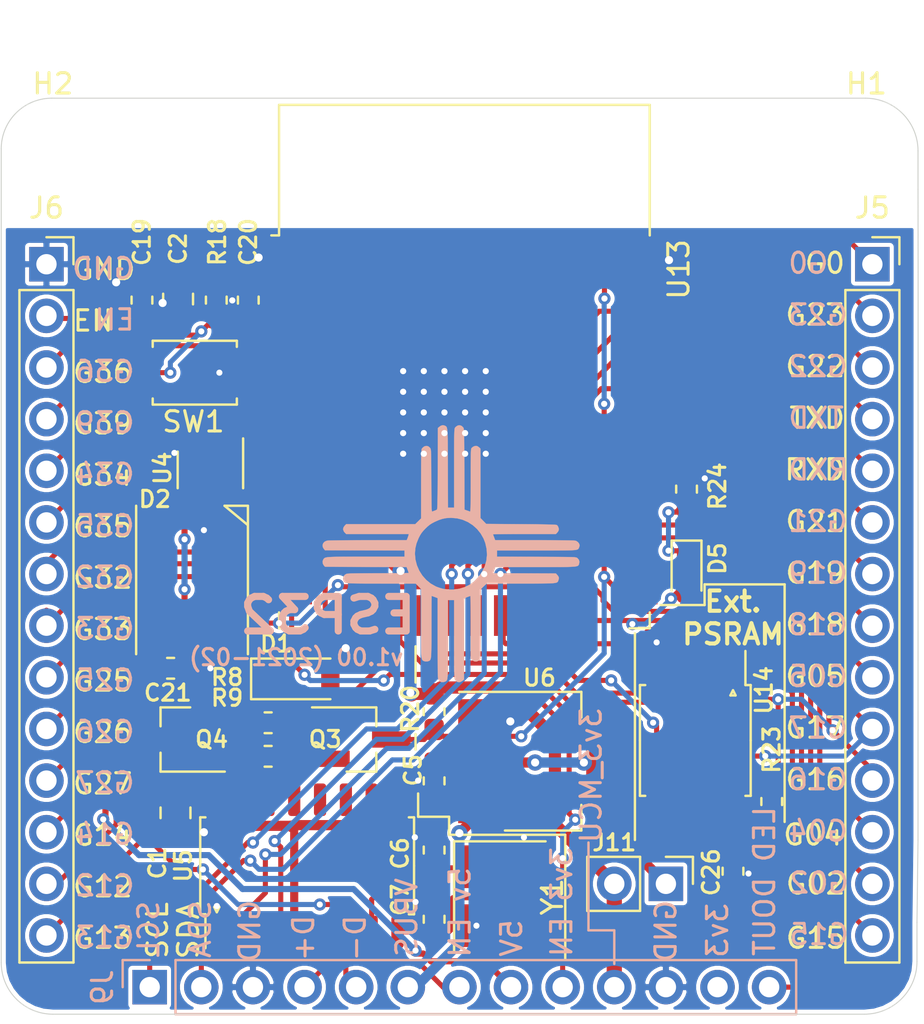
<source format=kicad_pcb>
(kicad_pcb (version 20171130) (host pcbnew "(5.1.8)-1")
  (layers (0 F.Cu signal) (31 B.Cu signal) (34 B.Paste user) (35 F.Paste user) (36 B.SilkS user) (37 F.SilkS user) (38 B.Mask user) (39 F.Mask user) (44 Edge.Cuts user))
  (net 0 "")
  (net 1 GND)
  (net 2 "/MCU Module/IO36")
  (net 3 "/MCU Module/IO39")
  (net 4 "/MCU Module/IO34")
  (net 5 "/MCU Module/IO35")
  (net 6 "/MCU Module/IO33")
  (net 7 "/MCU Module/IO25")
  (net 8 "/MCU Module/IO26")
  (net 9 "/MCU Module/IO27")
  (net 10 "/MCU Module/IO14")
  (net 11 "/MCU Module/IO15")
  (net 12 "/MCU Module/IO4")
  (net 13 "/MCU Module/IO16")
  (net 14 "/MCU Module/IO17")
  (net 15 "/MCU Module/IO5")
  (net 16 "/MCU Module/IO18")
  (net 17 "/MCU Module/IO19")
  (net 18 "/MCU Module/IO23")
  (net 19 "/MCU Module/IO0")
  (net 20 "Net-(Q3-Pad2)")
  (net 21 "Net-(Q3-Pad1)")
  (net 22 "Net-(C6-Pad1)")
  (net 23 "Net-(C7-Pad1)")
  (net 24 "/MCU Module/RST")
  (net 25 "Net-(D1-Pad1)")
  (net 26 "/MCU Module/IO2")
  (net 27 "/MCU Module/RX")
  (net 28 "/MCU Module/TX")
  (net 29 /EN_5v)
  (net 30 /EN_3v3)
  (net 31 "Net-(Q4-Pad2)")
  (net 32 "Net-(Q4-Pad1)")
  (net 33 "Net-(U5-Pad15)")
  (net 34 "Net-(U5-Pad12)")
  (net 35 "Net-(U5-Pad11)")
  (net 36 "Net-(U5-Pad10)")
  (net 37 "Net-(U5-Pad9)")
  (net 38 "Net-(U13-Pad32)")
  (net 39 "Net-(U13-Pad20)")
  (net 40 "Net-(U13-Pad19)")
  (net 41 "Net-(J9-Pad12)")
  (net 42 "/MCU Module/PSRAM_SD1")
  (net 43 "/MCU Module/PSRAM_SD0")
  (net 44 "/MCU Module/PSRAM_SD3")
  (net 45 "/MCU Module/PSRAM_SD2")
  (net 46 "/MCU Module/3v3_UART")
  (net 47 "Net-(D5-Pad1)")
  (net 48 /3v3_MCU)
  (net 49 /5V)
  (net 50 /SDA)
  (net 51 /SCL)
  (net 52 /VBUS)
  (net 53 /D-)
  (net 54 /D+)
  (net 55 "Net-(D2-Pad4)")
  (net 56 "/MCU Module/IO32")
  (net 57 "Net-(U4-Pad1)")
  (net 58 /LED_DOUT)
  (module Capacitor_SMD:C_0603_1608Metric_Pad1.05x0.95mm_HandSolder (layer F.Cu) (at 147.193 113.7552 90)
    (fp_text reference C7 (at 0.9538 -1.6764 90) (layer F.SilkS) (effects (font (size 0.8 0.8))))
    (fp_text value 22pF)
    (pad 2 smd roundrect (at 0.875 0 90) (size 1.05 0.95) (layers F.Cu F.Paste F.Mask) (net 1 GND))
    (pad 1 smd roundrect (at -0.875 0 90) (size 1.05 0.95) (layers F.Cu F.Paste F.Mask) (net 23 "Net-(C7-Pad1)"))
  )
  (module Package_TO_SOT_SMD:SOT-23-5 (layer F.Cu) (at 136.1846 91.651 270)
    (fp_text reference U4 (at -0.084 2.352 90) (layer F.SilkS) (effects (font (size 0.8 0.8))))
    (fp_text value SN74LV1T34DBV)
    (pad 5 smd rect (at 1.1 -0.95 270) (size 1.06 0.65) (layers F.Cu F.Paste F.Mask) (net 49 /5V))
    (pad 4 smd rect (at 1.1 0.95 270) (size 1.06 0.65) (layers F.Cu F.Paste F.Mask) (net 55 "Net-(D2-Pad4)"))
    (pad 3 smd rect (at -1.1 0.95 270) (size 1.06 0.65) (layers F.Cu F.Paste F.Mask) (net 1 GND))
    (pad 2 smd rect (at -1.1 0 270) (size 1.06 0.65) (layers F.Cu F.Paste F.Mask) (net 56 "/MCU Module/IO32"))
    (pad 1 smd rect (at -1.1 -0.95 270) (size 1.06 0.65) (layers F.Cu F.Paste F.Mask) (net 57 "Net-(U4-Pad1)"))
  )
  (module LED_SMD:LED_WS2812B_PLCC4_5.0x5.0mm_P3.2mm (layer F.Cu) (at 135.2806 97.065 90)
    (fp_text reference D2 (at 3.974 -1.829 180) (layer F.SilkS) (effects (font (size 0.8 0.8))))
    (fp_text value WS2812B)
    (pad 1 smd rect (at -2.45 -1.6 90) (size 1.5 1) (layers F.Cu F.Paste F.Mask) (net 49 /5V))
    (pad 2 smd rect (at -2.45 1.6 90) (size 1.5 1) (layers F.Cu F.Paste F.Mask) (net 58 /LED_DOUT))
    (pad 4 smd rect (at 2.45 -1.6 90) (size 1.5 1) (layers F.Cu F.Paste F.Mask) (net 55 "Net-(D2-Pad4)"))
    (pad 3 smd rect (at 2.45 1.6 90) (size 1.5 1) (layers F.Cu F.Paste F.Mask) (net 1 GND))
  )
  (module Capacitor_SMD:C_0603_1608Metric_Pad1.05x0.95mm_HandSolder (layer F.Cu) (at 134.2276 101.4095)
    (fp_text reference C21 (at -0.141 1.2065) (layer F.SilkS) (effects (font (size 0.8 0.8))))
    (fp_text value 0.1µF)
    (pad 2 smd roundrect (at 0.875 0) (size 1.05 0.95) (layers F.Cu F.Paste F.Mask) (net 1 GND))
    (pad 1 smd roundrect (at -0.875 0) (size 1.05 0.95) (layers F.Cu F.Paste F.Mask) (net 49 /5V))
  )
  (module Capacitor_SMD:C_0805_2012Metric (layer F.Cu) (at 134.5946 83.246 90)
    (fp_text reference C2 (at 2.479 0 90) (layer F.SilkS) (effects (font (size 0.8 0.8))))
    (fp_text value 22µF)
    (pad 2 smd roundrect (at 0.95 0 90) (size 1 1.45) (layers F.Cu F.Paste F.Mask) (net 48 /3v3_MCU))
    (pad 1 smd roundrect (at -0.95 0 90) (size 1 1.45) (layers F.Cu F.Paste F.Mask) (net 1 GND))
  )
  (module Capacitor_SMD:C_0805_2012Metric (layer F.Cu) (at 134.4676 108.519 90)
    (fp_text reference C1 (at -2.479 -0.889 90) (layer F.SilkS) (effects (font (size 0.8 0.8))))
    (fp_text value 22µF)
    (pad 2 smd roundrect (at 0.95 0 90) (size 1 1.45) (layers F.Cu F.Paste F.Mask) (net 46 "/MCU Module/3v3_UART"))
    (pad 1 smd roundrect (at -0.95 0 90) (size 1 1.45) (layers F.Cu F.Paste F.Mask) (net 1 GND))
  )
  (module MountingHole:MountingHole_2.7mm_M2.5_ISO7380 (layer F.Cu) (at 128.43256 75.90536)
    (fp_text reference H2 (at 0 -3.25) (layer F.SilkS))
    (fp_text value MountingHole)
    (pad 1 np_thru_hole circle (at 0 0) (size 2.7 2.7) (drill 2.7) (layers *.Cu *.Mask))
  )
  (module MountingHole:MountingHole_2.7mm_M2.5_ISO7380 (layer F.Cu) (at 168.46296 75.90536)
    (fp_text reference H1 (at 0 -3.25) (layer F.SilkS))
    (fp_text value MountingHole)
    (pad 1 np_thru_hole circle (at 0 0) (size 2.7 2.7) (drill 2.7) (layers *.Cu *.Mask))
  )
  (module Resistor_SMD:R_0603_1608Metric_Pad1.05x0.95mm_HandSolder (layer F.Cu) (at 159.6136 92.597 90)
    (fp_text reference R24 (at 0.141 1.524 90) (layer F.SilkS) (effects (font (size 0.8 0.8))))
    (fp_text value 100)
    (pad 2 smd roundrect (at 0.875 0 90) (size 1.05 0.95) (layers F.Cu F.Paste F.Mask) (net 1 GND))
    (pad 1 smd roundrect (at -0.875 0 90) (size 1.05 0.95) (layers F.Cu F.Paste F.Mask) (net 47 "Net-(D5-Pad1)"))
  )
  (module LED_SMD:LED_0603_1608Metric_Pad1.05x0.95mm_HandSolder (layer F.Cu) (at 159.6136 96.788 270)
    (fp_text reference D5 (at -0.776 -1.524 90) (layer F.SilkS) (effects (font (size 0.8 0.8))))
    (fp_text value LED)
    (pad 2 smd roundrect (at 0.875 0 270) (size 1.05 0.95) (layers F.Cu F.Paste F.Mask) (net 26 "/MCU Module/IO2"))
    (pad 1 smd roundrect (at -0.875 0 270) (size 1.05 0.95) (layers F.Cu F.Paste F.Mask) (net 47 "Net-(D5-Pad1)"))
  )
  (module Crystal:Crystal_SMD_3225-4Pin_3.2x2.5mm_HandSoldering (layer F.Cu) (at 150.4258 112.6214 270)
    (fp_text reference Y1 (at 0.0276 -2.5838 90) (layer F.SilkS))
    (fp_text value 12MHZ)
    (pad 4 smd rect (at -1.45 -1.15 270) (size 2.1 1.8) (layers F.Cu F.Paste F.Mask) (net 1 GND))
    (pad 3 smd rect (at 1.45 -1.15 270) (size 2.1 1.8) (layers F.Cu F.Paste F.Mask) (net 23 "Net-(C7-Pad1)"))
    (pad 2 smd rect (at 1.45 1.15 270) (size 2.1 1.8) (layers F.Cu F.Paste F.Mask) (net 1 GND))
    (pad 1 smd rect (at -1.45 1.15 270) (size 2.1 1.8) (layers F.Cu F.Paste F.Mask) (net 22 "Net-(C6-Pad1)"))
  )
  (module Connector_PinHeader_2.54mm:PinHeader_1x13_P2.54mm_Vertical (layer B.Cu) (at 133.1976 117.094 270)
    (fp_text reference J9 (at 0 2.33 270) (layer B.SilkS) (effects (justify mirror)))
    (fp_text value "MCU board")
    (pad 13 thru_hole oval (at 0 -30.48 270) (size 1.7 1.7) (drill 1) (layers *.Cu *.Mask) (net 58 /LED_DOUT))
    (pad 12 thru_hole oval (at 0 -27.94 270) (size 1.7 1.7) (drill 1) (layers *.Cu *.Mask) (net 41 "Net-(J9-Pad12)"))
    (pad 11 thru_hole oval (at 0 -25.4 270) (size 1.7 1.7) (drill 1) (layers *.Cu *.Mask) (net 1 GND))
    (pad 10 thru_hole oval (at 0 -22.86 270) (size 1.7 1.7) (drill 1) (layers *.Cu *.Mask) (net 48 /3v3_MCU))
    (pad 9 thru_hole oval (at 0 -20.32 270) (size 1.7 1.7) (drill 1) (layers *.Cu *.Mask) (net 30 /EN_3v3))
    (pad 8 thru_hole oval (at 0 -17.78 270) (size 1.7 1.7) (drill 1) (layers *.Cu *.Mask) (net 49 /5V))
    (pad 7 thru_hole oval (at 0 -15.24 270) (size 1.7 1.7) (drill 1) (layers *.Cu *.Mask) (net 29 /EN_5v))
    (pad 6 thru_hole oval (at 0 -12.7 270) (size 1.7 1.7) (drill 1) (layers *.Cu *.Mask) (net 52 /VBUS))
    (pad 5 thru_hole oval (at 0 -10.16 270) (size 1.7 1.7) (drill 1) (layers *.Cu *.Mask) (net 53 /D-))
    (pad 4 thru_hole oval (at 0 -7.62 270) (size 1.7 1.7) (drill 1) (layers *.Cu *.Mask) (net 54 /D+))
    (pad 3 thru_hole oval (at 0 -5.08 270) (size 1.7 1.7) (drill 1) (layers *.Cu *.Mask) (net 1 GND))
    (pad 2 thru_hole oval (at 0 -2.54 270) (size 1.7 1.7) (drill 1) (layers *.Cu *.Mask) (net 50 /SDA))
    (pad 1 thru_hole rect (at 0 0 270) (size 1.7 1.7) (drill 1) (layers *.Cu *.Mask) (net 51 /SCL))
  )
  (module lowcostStack:logo-superpower-Artemis (layer B.Cu) (at 148.02612 95.79356 180)
    (fp_text reference G*** hide)
    (fp_text value LOGO hide)
  )
  (module Package_SO:SOIC-8_5.23x5.23mm_P1.27mm (layer F.Cu) (at 160.0454 104.9596 270)
    (fp_text reference U14 (at -2.4706 -3.3782 270) (layer F.SilkS) (effects (font (size 0.8 0.8))))
    (fp_text value W25Q32JVSS)
    (pad 8 smd roundrect (at 3.6 -1.905 270) (size 1.6 0.6) (layers F.Cu F.Paste F.Mask) (net 48 /3v3_MCU))
    (pad 7 smd roundrect (at 3.6 -0.635 270) (size 1.6 0.6) (layers F.Cu F.Paste F.Mask) (net 45 "/MCU Module/PSRAM_SD2"))
    (pad 6 smd roundrect (at 3.6 0.635 270) (size 1.6 0.6) (layers F.Cu F.Paste F.Mask) (net 14 "/MCU Module/IO17"))
    (pad 5 smd roundrect (at 3.6 1.905 270) (size 1.6 0.6) (layers F.Cu F.Paste F.Mask) (net 42 "/MCU Module/PSRAM_SD1"))
    (pad 4 smd roundrect (at -3.6 1.905 270) (size 1.6 0.6) (layers F.Cu F.Paste F.Mask) (net 1 GND))
    (pad 3 smd roundrect (at -3.6 0.635 270) (size 1.6 0.6) (layers F.Cu F.Paste F.Mask) (net 44 "/MCU Module/PSRAM_SD3"))
    (pad 2 smd roundrect (at -3.6 -0.635 270) (size 1.6 0.6) (layers F.Cu F.Paste F.Mask) (net 43 "/MCU Module/PSRAM_SD0"))
    (pad 1 smd roundrect (at -3.6 -1.905 270) (size 1.6 0.6) (layers F.Cu F.Paste F.Mask) (net 13 "/MCU Module/IO16"))
  )
  (module RF_Module:ESP32-WROOM-32 (layer F.Cu) (at 148.6826 89.5604)
    (fp_text reference U13 (at 10.55 -7.7724 90) (layer F.SilkS))
    (fp_text value ESP32-WROOM32)
    (pad 38 smd rect (at 8.5 -8.255) (size 2 0.9) (layers F.Cu F.Paste F.Mask) (net 1 GND))
    (pad 37 smd rect (at 8.5 -6.985) (size 2 0.9) (layers F.Cu F.Paste F.Mask) (net 18 "/MCU Module/IO23"))
    (pad 36 smd rect (at 8.5 -5.715) (size 2 0.9) (layers F.Cu F.Paste F.Mask) (net 51 /SCL))
    (pad 35 smd rect (at 8.5 -4.445) (size 2 0.9) (layers F.Cu F.Paste F.Mask) (net 28 "/MCU Module/TX"))
    (pad 34 smd rect (at 8.5 -3.175) (size 2 0.9) (layers F.Cu F.Paste F.Mask) (net 27 "/MCU Module/RX"))
    (pad 33 smd rect (at 8.5 -1.905) (size 2 0.9) (layers F.Cu F.Paste F.Mask) (net 50 /SDA))
    (pad 32 smd rect (at 8.5 -0.635) (size 2 0.9) (layers F.Cu F.Paste F.Mask) (net 38 "Net-(U13-Pad32)"))
    (pad 31 smd rect (at 8.5 0.635) (size 2 0.9) (layers F.Cu F.Paste F.Mask) (net 17 "/MCU Module/IO19"))
    (pad 30 smd rect (at 8.5 1.905) (size 2 0.9) (layers F.Cu F.Paste F.Mask) (net 16 "/MCU Module/IO18"))
    (pad 29 smd rect (at 8.5 3.175) (size 2 0.9) (layers F.Cu F.Paste F.Mask) (net 15 "/MCU Module/IO5"))
    (pad 28 smd rect (at 8.5 4.445) (size 2 0.9) (layers F.Cu F.Paste F.Mask) (net 14 "/MCU Module/IO17"))
    (pad 27 smd rect (at 8.5 5.715) (size 2 0.9) (layers F.Cu F.Paste F.Mask) (net 13 "/MCU Module/IO16"))
    (pad 26 smd rect (at 8.5 6.985) (size 2 0.9) (layers F.Cu F.Paste F.Mask) (net 12 "/MCU Module/IO4"))
    (pad 25 smd rect (at 8.5 8.255) (size 2 0.9) (layers F.Cu F.Paste F.Mask) (net 19 "/MCU Module/IO0"))
    (pad 24 smd rect (at 5.715 9.255 90) (size 2 0.9) (layers F.Cu F.Paste F.Mask) (net 26 "/MCU Module/IO2"))
    (pad 23 smd rect (at 4.445 9.255 90) (size 2 0.9) (layers F.Cu F.Paste F.Mask) (net 11 "/MCU Module/IO15"))
    (pad 22 smd rect (at 3.175 9.255 90) (size 2 0.9) (layers F.Cu F.Paste F.Mask) (net 42 "/MCU Module/PSRAM_SD1"))
    (pad 21 smd rect (at 1.905 9.255 90) (size 2 0.9) (layers F.Cu F.Paste F.Mask) (net 43 "/MCU Module/PSRAM_SD0"))
    (pad 20 smd rect (at 0.635 9.255 90) (size 2 0.9) (layers F.Cu F.Paste F.Mask) (net 39 "Net-(U13-Pad20)"))
    (pad 19 smd rect (at -0.635 9.255 90) (size 2 0.9) (layers F.Cu F.Paste F.Mask) (net 40 "Net-(U13-Pad19)"))
    (pad 18 smd rect (at -1.905 9.255 90) (size 2 0.9) (layers F.Cu F.Paste F.Mask) (net 44 "/MCU Module/PSRAM_SD3"))
    (pad 17 smd rect (at -3.175 9.255 90) (size 2 0.9) (layers F.Cu F.Paste F.Mask) (net 45 "/MCU Module/PSRAM_SD2"))
    (pad 16 smd rect (at -4.445 9.255 90) (size 2 0.9) (layers F.Cu F.Paste F.Mask) (net 29 /EN_5v))
    (pad 15 smd rect (at -5.715 9.255 90) (size 2 0.9) (layers F.Cu F.Paste F.Mask) (net 1 GND))
    (pad 14 smd rect (at -8.5 8.255) (size 2 0.9) (layers F.Cu F.Paste F.Mask) (net 30 /EN_3v3))
    (pad 13 smd rect (at -8.5 6.985) (size 2 0.9) (layers F.Cu F.Paste F.Mask) (net 10 "/MCU Module/IO14"))
    (pad 12 smd rect (at -8.5 5.715) (size 2 0.9) (layers F.Cu F.Paste F.Mask) (net 9 "/MCU Module/IO27"))
    (pad 11 smd rect (at -8.5 4.445) (size 2 0.9) (layers F.Cu F.Paste F.Mask) (net 8 "/MCU Module/IO26"))
    (pad 10 smd rect (at -8.5 3.175) (size 2 0.9) (layers F.Cu F.Paste F.Mask) (net 7 "/MCU Module/IO25"))
    (pad 9 smd rect (at -8.5 1.905) (size 2 0.9) (layers F.Cu F.Paste F.Mask) (net 6 "/MCU Module/IO33"))
    (pad 8 smd rect (at -8.5 0.635) (size 2 0.9) (layers F.Cu F.Paste F.Mask) (net 56 "/MCU Module/IO32"))
    (pad 7 smd rect (at -8.5 -0.635) (size 2 0.9) (layers F.Cu F.Paste F.Mask) (net 5 "/MCU Module/IO35"))
    (pad 6 smd rect (at -8.5 -1.905) (size 2 0.9) (layers F.Cu F.Paste F.Mask) (net 4 "/MCU Module/IO34"))
    (pad 5 smd rect (at -8.5 -3.175) (size 2 0.9) (layers F.Cu F.Paste F.Mask) (net 3 "/MCU Module/IO39"))
    (pad 4 smd rect (at -8.5 -4.445) (size 2 0.9) (layers F.Cu F.Paste F.Mask) (net 2 "/MCU Module/IO36"))
    (pad 3 smd rect (at -8.5 -5.715) (size 2 0.9) (layers F.Cu F.Paste F.Mask) (net 24 "/MCU Module/RST"))
    (pad 2 smd rect (at -8.5 -6.985) (size 2 0.9) (layers F.Cu F.Paste F.Mask) (net 48 /3v3_MCU))
    (pad 1 smd rect (at -8.5 -8.255) (size 2 0.9) (layers F.Cu F.Paste F.Mask) (net 1 GND))
    (pad 39 smd rect (at -1 -0.755) (size 5 5) (layers F.Cu F.Paste F.Mask) (net 1 GND))
  )
  (module Resistor_SMD:R_0603_1608Metric_Pad1.05x0.95mm_HandSolder (layer F.Cu) (at 163.8046 107.964 90)
    (fp_text reference R23 (at 2.554 0 270) (layer F.SilkS) (effects (font (size 0.8 0.8))))
    (fp_text value 10k)
    (pad 2 smd roundrect (at 0.875 0 90) (size 1.05 0.95) (layers F.Cu F.Paste F.Mask) (net 13 "/MCU Module/IO16"))
    (pad 1 smd roundrect (at -0.875 0 90) (size 1.05 0.95) (layers F.Cu F.Paste F.Mask) (net 48 /3v3_MCU))
  )
  (module Capacitor_SMD:C_0603_1608Metric_Pad1.05x0.95mm_HandSolder (layer F.Cu) (at 161.8996 111.393 90)
    (fp_text reference C26 (at -0.0495 -1.0795 90) (layer F.SilkS) (effects (font (size 0.8 0.8))))
    (fp_text value 0.1µF)
    (pad 2 smd roundrect (at 0.875 0 90) (size 1.05 0.95) (layers F.Cu F.Paste F.Mask) (net 48 /3v3_MCU))
    (pad 1 smd roundrect (at -0.875 0 90) (size 1.05 0.95) (layers F.Cu F.Paste F.Mask) (net 1 GND))
  )
  (module Button_Switch_SMD:SW_Push_SPST_NO_Alps_SKRK (layer F.Cu) (at 135.4156 86.868)
    (fp_text reference SW1 (at -0.068 2.413 180) (layer F.SilkS))
    (fp_text value SKRKAEE020)
    (pad 1 smd roundrect (at -2.1 0) (size 0.8 2) (layers F.Cu F.Paste F.Mask) (net 24 "/MCU Module/RST"))
    (pad 2 smd roundrect (at 2.1 0) (size 0.8 2) (layers F.Cu F.Paste F.Mask) (net 1 GND))
  )
  (module Connector_PinHeader_2.54mm:PinHeader_1x02_P2.54mm_Vertical (layer F.Cu) (at 158.5976 112.014 270)
    (fp_text reference J11 (at -2.032 2.54) (layer F.SilkS) (effects (font (size 0.8 0.8))))
    (fp_text value DNP)
    (pad 2 thru_hole oval (at 0 2.54 270) (size 1.7 1.7) (drill 1) (layers *.Cu *.Mask) (net 48 /3v3_MCU))
    (pad 1 thru_hole rect (at 0 0 270) (size 1.7 1.7) (drill 1) (layers *.Cu *.Mask) (net 46 "/MCU Module/3v3_UART"))
  )
  (module Connector_PinSocket_2.54mm:PinSocket_1x14_P2.54mm_Vertical (layer F.Cu) (at 128.1176 81.534)
    (fp_text reference J6 (at 0 -2.77) (layer F.SilkS))
    (fp_text value Conn_01x14_Female)
    (pad 14 thru_hole oval (at 0 33.02) (size 1.7 1.7) (drill 1) (layers *.Cu *.Mask) (net 29 /EN_5v))
    (pad 13 thru_hole oval (at 0 30.48) (size 1.7 1.7) (drill 1) (layers *.Cu *.Mask) (net 30 /EN_3v3))
    (pad 12 thru_hole oval (at 0 27.94) (size 1.7 1.7) (drill 1) (layers *.Cu *.Mask) (net 10 "/MCU Module/IO14"))
    (pad 11 thru_hole oval (at 0 25.4) (size 1.7 1.7) (drill 1) (layers *.Cu *.Mask) (net 9 "/MCU Module/IO27"))
    (pad 10 thru_hole oval (at 0 22.86) (size 1.7 1.7) (drill 1) (layers *.Cu *.Mask) (net 8 "/MCU Module/IO26"))
    (pad 9 thru_hole oval (at 0 20.32) (size 1.7 1.7) (drill 1) (layers *.Cu *.Mask) (net 7 "/MCU Module/IO25"))
    (pad 8 thru_hole oval (at 0 17.78) (size 1.7 1.7) (drill 1) (layers *.Cu *.Mask) (net 6 "/MCU Module/IO33"))
    (pad 7 thru_hole oval (at 0 15.24) (size 1.7 1.7) (drill 1) (layers *.Cu *.Mask) (net 56 "/MCU Module/IO32"))
    (pad 6 thru_hole oval (at 0 12.7) (size 1.7 1.7) (drill 1) (layers *.Cu *.Mask) (net 5 "/MCU Module/IO35"))
    (pad 5 thru_hole oval (at 0 10.16) (size 1.7 1.7) (drill 1) (layers *.Cu *.Mask) (net 4 "/MCU Module/IO34"))
    (pad 4 thru_hole oval (at 0 7.62) (size 1.7 1.7) (drill 1) (layers *.Cu *.Mask) (net 3 "/MCU Module/IO39"))
    (pad 3 thru_hole oval (at 0 5.08) (size 1.7 1.7) (drill 1) (layers *.Cu *.Mask) (net 2 "/MCU Module/IO36"))
    (pad 2 thru_hole oval (at 0 2.54) (size 1.7 1.7) (drill 1) (layers *.Cu *.Mask) (net 24 "/MCU Module/RST"))
    (pad 1 thru_hole rect (at 0 0) (size 1.7 1.7) (drill 1) (layers *.Cu *.Mask) (net 1 GND))
  )
  (module Connector_PinSocket_2.54mm:PinSocket_1x14_P2.54mm_Vertical (layer F.Cu) (at 168.7576 81.534)
    (fp_text reference J5 (at 0 -2.77) (layer F.SilkS))
    (fp_text value Conn_01x14_Female)
    (pad 14 thru_hole oval (at 0 33.02) (size 1.7 1.7) (drill 1) (layers *.Cu *.Mask) (net 11 "/MCU Module/IO15"))
    (pad 13 thru_hole oval (at 0 30.48) (size 1.7 1.7) (drill 1) (layers *.Cu *.Mask) (net 26 "/MCU Module/IO2"))
    (pad 12 thru_hole oval (at 0 27.94) (size 1.7 1.7) (drill 1) (layers *.Cu *.Mask) (net 12 "/MCU Module/IO4"))
    (pad 11 thru_hole oval (at 0 25.4) (size 1.7 1.7) (drill 1) (layers *.Cu *.Mask) (net 13 "/MCU Module/IO16"))
    (pad 10 thru_hole oval (at 0 22.86) (size 1.7 1.7) (drill 1) (layers *.Cu *.Mask) (net 14 "/MCU Module/IO17"))
    (pad 9 thru_hole oval (at 0 20.32) (size 1.7 1.7) (drill 1) (layers *.Cu *.Mask) (net 15 "/MCU Module/IO5"))
    (pad 8 thru_hole oval (at 0 17.78) (size 1.7 1.7) (drill 1) (layers *.Cu *.Mask) (net 16 "/MCU Module/IO18"))
    (pad 7 thru_hole oval (at 0 15.24) (size 1.7 1.7) (drill 1) (layers *.Cu *.Mask) (net 17 "/MCU Module/IO19"))
    (pad 6 thru_hole oval (at 0 12.7) (size 1.7 1.7) (drill 1) (layers *.Cu *.Mask) (net 50 /SDA))
    (pad 5 thru_hole oval (at 0 10.16) (size 1.7 1.7) (drill 1) (layers *.Cu *.Mask) (net 27 "/MCU Module/RX"))
    (pad 4 thru_hole oval (at 0 7.62) (size 1.7 1.7) (drill 1) (layers *.Cu *.Mask) (net 28 "/MCU Module/TX"))
    (pad 3 thru_hole oval (at 0 5.08) (size 1.7 1.7) (drill 1) (layers *.Cu *.Mask) (net 51 /SCL))
    (pad 2 thru_hole oval (at 0 2.54) (size 1.7 1.7) (drill 1) (layers *.Cu *.Mask) (net 18 "/MCU Module/IO23"))
    (pad 1 thru_hole rect (at 0 0) (size 1.7 1.7) (drill 1) (layers *.Cu *.Mask) (net 19 "/MCU Module/IO0"))
  )
  (module Package_TO_SOT_SMD:SOT-223-3_TabPin2 (layer F.Cu) (at 152.5274 105.9802)
    (fp_text reference U6 (at -0.1528 -4.1008) (layer F.SilkS) (effects (font (size 0.8 0.8))))
    (fp_text value AMS1117-3.3)
    (pad 1 smd rect (at -3.15 -2.3) (size 2 1.5) (layers F.Cu F.Paste F.Mask) (net 1 GND))
    (pad 3 smd rect (at -3.15 2.3) (size 2 1.5) (layers F.Cu F.Paste F.Mask) (net 52 /VBUS))
    (pad 2 smd rect (at -3.15 0) (size 2 1.5) (layers F.Cu F.Paste F.Mask) (net 46 "/MCU Module/3v3_UART"))
    (pad 2 smd rect (at 3.15 0) (size 2 3.8) (layers F.Cu F.Paste F.Mask) (net 46 "/MCU Module/3v3_UART"))
  )
  (module Package_SO:SOP-16_4.55x10.3mm_P1.27mm (layer F.Cu) (at 140.9446 111.1262 90)
    (fp_text reference U5 (at 0 -6.1 90) (layer F.SilkS) (effects (font (size 0.8 0.8))))
    (fp_text value CH340C)
    (pad 16 smd roundrect (at 3.25 -4.445 90) (size 1.6 0.6) (layers F.Cu F.Paste F.Mask) (net 46 "/MCU Module/3v3_UART"))
    (pad 15 smd roundrect (at 3.25 -3.175 90) (size 1.6 0.6) (layers F.Cu F.Paste F.Mask) (net 33 "Net-(U5-Pad15)"))
    (pad 14 smd roundrect (at 3.25 -1.905 90) (size 1.6 0.6) (layers F.Cu F.Paste F.Mask) (net 31 "Net-(Q4-Pad2)"))
    (pad 13 smd roundrect (at 3.25 -0.635 90) (size 1.6 0.6) (layers F.Cu F.Paste F.Mask) (net 20 "Net-(Q3-Pad2)"))
    (pad 12 smd roundrect (at 3.25 0.635 90) (size 1.6 0.6) (layers F.Cu F.Paste F.Mask) (net 34 "Net-(U5-Pad12)"))
    (pad 11 smd roundrect (at 3.25 1.905 90) (size 1.6 0.6) (layers F.Cu F.Paste F.Mask) (net 35 "Net-(U5-Pad11)"))
    (pad 10 smd roundrect (at 3.25 3.175 90) (size 1.6 0.6) (layers F.Cu F.Paste F.Mask) (net 36 "Net-(U5-Pad10)"))
    (pad 9 smd roundrect (at 3.25 4.445 90) (size 1.6 0.6) (layers F.Cu F.Paste F.Mask) (net 37 "Net-(U5-Pad9)"))
    (pad 8 smd roundrect (at -3.25 4.445 90) (size 1.6 0.6) (layers F.Cu F.Paste F.Mask) (net 23 "Net-(C7-Pad1)"))
    (pad 7 smd roundrect (at -3.25 3.175 90) (size 1.6 0.6) (layers F.Cu F.Paste F.Mask) (net 22 "Net-(C6-Pad1)"))
    (pad 6 smd roundrect (at -3.25 1.905 90) (size 1.6 0.6) (layers F.Cu F.Paste F.Mask) (net 53 /D-))
    (pad 5 smd roundrect (at -3.25 0.635 90) (size 1.6 0.6) (layers F.Cu F.Paste F.Mask) (net 54 /D+))
    (pad 4 smd roundrect (at -3.25 -0.635 90) (size 1.6 0.6) (layers F.Cu F.Paste F.Mask) (net 46 "/MCU Module/3v3_UART"))
    (pad 3 smd roundrect (at -3.25 -1.905 90) (size 1.6 0.6) (layers F.Cu F.Paste F.Mask) (net 28 "/MCU Module/TX"))
    (pad 2 smd roundrect (at -3.25 -3.175 90) (size 1.6 0.6) (layers F.Cu F.Paste F.Mask) (net 27 "/MCU Module/RX"))
    (pad 1 smd roundrect (at -3.25 -4.445 90) (size 1.6 0.6) (layers F.Cu F.Paste F.Mask) (net 1 GND))
  )
  (module Resistor_SMD:R_0603_1608Metric_Pad1.05x0.95mm_HandSolder (layer F.Cu) (at 147.193 103.5444 270)
    (fp_text reference R20 (at -0.141 1.1684 90) (layer F.SilkS) (effects (font (size 0.8 0.8))))
    (fp_text value 10k)
    (pad 2 smd roundrect (at 0.875 0 270) (size 1.05 0.95) (layers F.Cu F.Paste F.Mask) (net 19 "/MCU Module/IO0"))
    (pad 1 smd roundrect (at -0.875 0 270) (size 1.05 0.95) (layers F.Cu F.Paste F.Mask) (net 48 /3v3_MCU))
  )
  (module Resistor_SMD:R_0603_1608Metric_Pad1.05x0.95mm_HandSolder (layer F.Cu) (at 136.4742 83.298 270)
    (fp_text reference R18 (at -2.8562 -0.0508 90) (layer F.SilkS) (effects (font (size 0.8 0.8))))
    (fp_text value 10k)
    (pad 2 smd roundrect (at 0.875 0 270) (size 1.05 0.95) (layers F.Cu F.Paste F.Mask) (net 24 "/MCU Module/RST"))
    (pad 1 smd roundrect (at -0.875 0 270) (size 1.05 0.95) (layers F.Cu F.Paste F.Mask) (net 48 /3v3_MCU))
  )
  (module Resistor_SMD:R_0603_1608Metric_Pad1.05x0.95mm_HandSolder (layer F.Cu) (at 139.0256 105.7402)
    (fp_text reference R9 (at -2.018 -2.8702) (layer F.SilkS) (effects (font (size 0.8 0.8))))
    (fp_text value 10k)
    (pad 2 smd roundrect (at 0.875 0) (size 1.05 0.95) (layers F.Cu F.Paste F.Mask) (net 20 "Net-(Q3-Pad2)"))
    (pad 1 smd roundrect (at -0.875 0) (size 1.05 0.95) (layers F.Cu F.Paste F.Mask) (net 32 "Net-(Q4-Pad1)"))
  )
  (module Resistor_SMD:R_0603_1608Metric_Pad1.05x0.95mm_HandSolder (layer F.Cu) (at 139.0256 104.0892 180)
    (fp_text reference R8 (at 2.018 2.2352) (layer F.SilkS) (effects (font (size 0.8 0.8))))
    (fp_text value 10k)
    (pad 2 smd roundrect (at 0.875 0 180) (size 1.05 0.95) (layers F.Cu F.Paste F.Mask) (net 31 "Net-(Q4-Pad2)"))
    (pad 1 smd roundrect (at -0.875 0 180) (size 1.05 0.95) (layers F.Cu F.Paste F.Mask) (net 21 "Net-(Q3-Pad1)"))
  )
  (module Package_TO_SOT_SMD:SOT-23_Handsoldering (layer F.Cu) (at 134.4916 104.9122 180)
    (fp_text reference Q4 (at -1.754 0.0102) (layer F.SilkS) (effects (font (size 0.8 0.8))))
    (fp_text value S8050)
    (pad 3 smd rect (at 1.5 0 180) (size 1.9 0.8) (layers F.Cu F.Paste F.Mask) (net 25 "Net-(D1-Pad1)"))
    (pad 2 smd rect (at -1.5 0.95 180) (size 1.9 0.8) (layers F.Cu F.Paste F.Mask) (net 31 "Net-(Q4-Pad2)"))
    (pad 1 smd rect (at -1.5 -0.95 180) (size 1.9 0.8) (layers F.Cu F.Paste F.Mask) (net 32 "Net-(Q4-Pad1)"))
  )
  (module Package_TO_SOT_SMD:SOT-23_Handsoldering (layer F.Cu) (at 143.5876 104.9122)
    (fp_text reference Q3 (at -1.754 -0.0102) (layer F.SilkS) (effects (font (size 0.8 0.8))))
    (fp_text value S8050)
    (pad 3 smd rect (at 1.5 0) (size 1.9 0.8) (layers F.Cu F.Paste F.Mask) (net 19 "/MCU Module/IO0"))
    (pad 2 smd rect (at -1.5 0.95) (size 1.9 0.8) (layers F.Cu F.Paste F.Mask) (net 20 "Net-(Q3-Pad2)"))
    (pad 1 smd rect (at -1.5 -0.95) (size 1.9 0.8) (layers F.Cu F.Paste F.Mask) (net 21 "Net-(Q3-Pad1)"))
  )
  (module Diode_SMD:D_SOD-123 (layer F.Cu) (at 140.4376 101.9302)
    (fp_text reference D1 (at -1.017 -1.7272) (layer F.SilkS) (effects (font (size 0.8 0.8))))
    (fp_text value B5819W)
    (pad 2 smd rect (at 1.65 0) (size 0.9 1.2) (layers F.Cu F.Paste F.Mask) (net 24 "/MCU Module/RST"))
    (pad 1 smd rect (at -1.65 0) (size 0.9 1.2) (layers F.Cu F.Paste F.Mask) (net 25 "Net-(D1-Pad1)"))
  )
  (module Capacitor_SMD:C_0603_1608Metric_Pad1.05x0.95mm_HandSolder (layer F.Cu) (at 138.049 83.298 90)
    (fp_text reference C20 (at 2.8562 0 270) (layer F.SilkS) (effects (font (size 0.8 0.8))))
    (fp_text value 0.1µF)
    (pad 2 smd roundrect (at 0.875 0 90) (size 1.05 0.95) (layers F.Cu F.Paste F.Mask) (net 48 /3v3_MCU))
    (pad 1 smd roundrect (at -0.875 0 90) (size 1.05 0.95) (layers F.Cu F.Paste F.Mask) (net 1 GND))
  )
  (module Capacitor_SMD:C_0603_1608Metric_Pad1.05x0.95mm_HandSolder (layer F.Cu) (at 132.8166 83.298 90)
    (fp_text reference C19 (at 2.8562 0 90) (layer F.SilkS) (effects (font (size 0.8 0.8))))
    (fp_text value 1µF)
    (pad 2 smd roundrect (at 0.875 0 90) (size 1.05 0.95) (layers F.Cu F.Paste F.Mask) (net 1 GND))
    (pad 1 smd roundrect (at -0.875 0 90) (size 1.05 0.95) (layers F.Cu F.Paste F.Mask) (net 24 "/MCU Module/RST"))
  )
  (module Capacitor_SMD:C_0603_1608Metric_Pad1.05x0.95mm_HandSolder (layer F.Cu) (at 147.193 110.3516 90)
    (fp_text reference C6 (at -0.1638 -1.6764 90) (layer F.SilkS) (effects (font (size 0.8 0.8))))
    (fp_text value 22pF)
    (pad 2 smd roundrect (at 0.875 0 90) (size 1.05 0.95) (layers F.Cu F.Paste F.Mask) (net 1 GND))
    (pad 1 smd roundrect (at -0.875 0 90) (size 1.05 0.95) (layers F.Cu F.Paste F.Mask) (net 22 "Net-(C6-Pad1)"))
  )
  (module Capacitor_SMD:C_0603_1608Metric_Pad1.05x0.95mm_HandSolder (layer F.Cu) (at 147.193 106.948 270)
    (fp_text reference C5 (at -0.522 1.0414 90) (layer F.SilkS) (effects (font (size 0.8 0.8))))
    (fp_text value 1µF)
    (pad 2 smd roundrect (at 0.875 0 270) (size 1.05 0.95) (layers F.Cu F.Paste F.Mask) (net 46 "/MCU Module/3v3_UART"))
    (pad 1 smd roundrect (at -0.875 0 270) (size 1.05 0.95) (layers F.Cu F.Paste F.Mask) (net 1 GND))
  )
  (gr_line (start 136.8806 93.415) (end 138.0236 94.361) (layer F.SilkS) (width 0.12))
  (gr_line (start 171.00296 109.855) (end 170.95216 113.919) (layer Edge.Cuts) (width 0.05))
  (gr_line (start 171.00296 77.851) (end 171.00804 81.915) (layer Edge.Cuts) (width 0.05))
  (gr_line (start 160.5026 98.298) (end 158.3436 98.298) (layer F.SilkS) (width 0.12))
  (gr_line (start 160.5026 97.282) (end 160.5026 98.298) (layer F.SilkS) (width 0.12))
  (gr_text ESP32 (at 141.9606 98.806) (layer B.SilkS) (effects (font (size 1.7 1.8) (thickness 0.35)) (justify mirror)))
  (gr_line (start 154.7876 114.3) (end 154.7876 109.982) (layer B.SilkS) (width 0.12))
  (gr_line (start 156.0576 114.3) (end 154.7876 114.3) (layer B.SilkS) (width 0.12))
  (gr_line (start 156.0576 115.951) (end 156.0576 114.3) (layer B.SilkS) (width 0.12))
  (gr_text "Ext.\nPSRAM\n" (at 161.8996 98.933) (layer F.SilkS) (effects (font (size 1 1) (thickness 0.2))))
  (gr_line (start 164.4396 97.282) (end 164.4396 108.966) (layer F.SilkS) (width 0.12))
  (gr_line (start 160.5026 97.282) (end 164.4396 97.282) (layer F.SilkS) (width 0.12))
  (gr_line (start 157.0736 109.855) (end 157.0736 99.695) (layer F.SilkS) (width 0.12))
  (gr_line (start 146.2786 102.108) (end 146.2786 100.33) (layer F.SilkS) (width 0.12))
  (gr_line (start 146.2786 104.648) (end 146.2786 105.41) (layer F.SilkS) (width 0.12))
  (gr_line (start 146.4056 107.569) (end 146.4056 108.712) (layer F.SilkS) (width 0.12))
  (gr_line (start 147.9296 108.712) (end 146.4056 108.712) (layer F.SilkS) (width 0.12))
  (gr_line (start 147.9296 109.601) (end 147.9296 108.712) (layer F.SilkS) (width 0.12))
  (gr_line (start 153.6446 109.601) (end 147.9296 109.601) (layer F.SilkS) (width 0.12))
  (gr_line (start 153.6446 115.697) (end 153.6446 109.601) (layer F.SilkS) (width 0.12))
  (gr_line (start 136.3726 113.157) (end 136.4996 113.411) (layer F.SilkS) (width 0.12))
  (gr_line (start 136.6266 113.157) (end 136.3726 113.157) (layer F.SilkS) (width 0.12))
  (gr_line (start 136.4996 113.411) (end 136.6266 113.157) (layer F.SilkS) (width 0.12))
  (gr_line (start 162.0266 102.743) (end 161.8996 102.489) (layer F.SilkS) (width 0.12))
  (gr_line (start 161.7726 102.743) (end 162.0266 102.743) (layer F.SilkS) (width 0.12))
  (gr_line (start 161.8996 102.489) (end 161.7726 102.743) (layer F.SilkS) (width 0.12))
  (gr_text G0 (at 165.608 81.4832) (layer B.SilkS) (effects (font (size 1 1)) (justify mirror)))
  (gr_text G23 (at 166.08419 84.0232) (layer B.SilkS) (effects (font (size 1 1)) (justify mirror)))
  (gr_text TXD (at 165.988952 89.1032) (layer B.SilkS) (effects (font (size 1 1)) (justify mirror)))
  (gr_text G22 (at 166.08419 86.5632) (layer B.SilkS) (effects (font (size 1 1)) (justify mirror)))
  (gr_text RXD (at 166.108 91.6432) (layer B.SilkS) (effects (font (size 1 1)) (justify mirror)))
  (gr_text G21 (at 166.08419 94.1832) (layer B.SilkS) (effects (font (size 1 1)) (justify mirror)))
  (gr_text G19 (at 166.08419 96.7232) (layer B.SilkS) (effects (font (size 1 1)) (justify mirror)))
  (gr_text G18 (at 166.08419 99.2632) (layer B.SilkS) (effects (font (size 1 1)) (justify mirror)))
  (gr_text G05 (at 166.08419 101.8032) (layer B.SilkS) (effects (font (size 1 1)) (justify mirror)))
  (gr_text G17 (at 166.08419 104.3432) (layer B.SilkS) (effects (font (size 1 1)) (justify mirror)))
  (gr_text G16 (at 166.08419 106.8832) (layer B.SilkS) (effects (font (size 1 1)) (justify mirror)))
  (gr_text G04 (at 166.08419 109.4232) (layer B.SilkS) (effects (font (size 1 1)) (justify mirror)))
  (gr_text G36 (at 130.9878 86.79766) (layer B.SilkS) (effects (font (size 1 1)) (justify mirror)))
  (gr_text G39 (at 130.9878 89.32789) (layer B.SilkS) (effects (font (size 1 1)) (justify mirror)))
  (gr_text G34 (at 130.9878 91.85812) (layer B.SilkS) (effects (font (size 1 1)) (justify mirror)))
  (gr_text "v1.00 (2021-02)" (at 140.40612 100.87356) (layer B.SilkS) (effects (font (size 0.8 0.8)) (justify mirror)))
  (gr_text SDA (at 135.1026 114.3 90) (layer F.SilkS) (effects (font (size 1 1))))
  (gr_text SCL (at 133.5786 114.3 90) (layer F.SilkS) (effects (font (size 1 1))))
  (gr_text "LED DOUT" (at 163.449 111.887 90) (layer B.SilkS) (effects (font (size 1 1)) (justify mirror)))
  (gr_text 3v3_MCU (at 154.9146 106.68 90) (layer B.SilkS) (effects (font (size 1 1)) (justify mirror)))
  (gr_text 3v3 (at 161.1376 114.3 90) (layer B.SilkS) (effects (font (size 1 1)) (justify mirror)))
  (gr_text "3v3 EN" (at 153.4668 112.903 90) (layer B.SilkS) (effects (font (size 1 1)) (justify mirror)))
  (gr_text "5v EN" (at 148.463 113.411 90) (layer B.SilkS) (effects (font (size 1 1)) (justify mirror)))
  (gr_text VBUS (at 145.8468 113.665 90) (layer B.SilkS) (effects (font (size 1 1)) (justify mirror)))
  (gr_text 5V (at 151.003 114.681 90) (layer B.SilkS) (effects (font (size 1 1)) (justify mirror)))
  (gr_text D- (at 143.3068 114.681 90) (layer B.SilkS) (effects (font (size 1 1)) (justify mirror)))
  (gr_text D+ (at 140.7668 114.681 90) (layer B.SilkS) (effects (font (size 1 1)) (justify mirror)))
  (gr_text SDA (at 135.6868 114.244428 90) (layer B.SilkS) (effects (font (size 1 1)) (justify mirror)))
  (gr_text SCL (at 133.1468 114.244428 90) (layer B.SilkS) (effects (font (size 1 1)) (justify mirror)))
  (gr_text GND (at 158.5976 114.33556 90) (layer B.SilkS) (effects (font (size 1 1)) (justify mirror)))
  (gr_text GND (at 138.12012 114.33556 90) (layer B.SilkS) (effects (font (size 1 1)) (justify mirror)))
  (gr_text GND (at 130.916372 81.7372) (layer B.SilkS) (effects (font (size 1 1)) (justify mirror)))
  (gr_text EN (at 131.463991 84.26743) (layer B.SilkS) (effects (font (size 1 1)) (justify mirror)))
  (gr_text G35 (at 130.9878 94.38835) (layer B.SilkS) (effects (font (size 1 1)) (justify mirror)))
  (gr_text G32 (at 130.9878 96.91858) (layer B.SilkS) (effects (font (size 1 1)) (justify mirror)))
  (gr_text G33 (at 130.9878 99.44881) (layer B.SilkS) (effects (font (size 1 1)) (justify mirror)))
  (gr_text G25 (at 130.9878 101.97904) (layer B.SilkS) (effects (font (size 1 1)) (justify mirror)))
  (gr_text G26 (at 130.9878 104.50927) (layer B.SilkS) (effects (font (size 1 1)) (justify mirror)))
  (gr_text G27 (at 130.9878 107.0395) (layer B.SilkS) (effects (font (size 1 1)) (justify mirror)))
  (gr_text G14 (at 130.9878 109.56973) (layer B.SilkS) (effects (font (size 1 1)) (justify mirror)))
  (gr_text G12 (at 130.9878 112.09996) (layer B.SilkS) (effects (font (size 1 1)) (justify mirror)))
  (gr_text G13 (at 130.9878 114.6302) (layer B.SilkS) (effects (font (size 1 1)) (justify mirror)))
  (gr_text G02 (at 166.13499 111.9632) (layer B.SilkS) (effects (font (size 1 1)) (justify mirror)))
  (gr_text G15 (at 166.13499 114.5032) (layer B.SilkS) (effects (font (size 1 1)) (justify mirror)))
  (gr_line (start 171.00804 81.915) (end 171.00296 109.855) (layer Edge.Cuts) (width 0.05))
  (gr_line (start 170.95216 115.83416) (end 170.95216 113.919) (layer Edge.Cuts) (width 0.05))
  (gr_line (start 171.00296 75.95616) (end 171.00296 77.851) (layer Edge.Cuts) (width 0.05))
  (gr_arc (start 128.43256 115.88496) (end 125.89256 115.88496) (angle -90) (layer Edge.Cuts) (width 0.05))
  (gr_arc (start 168.36136 115.83416) (end 168.36136 118.42496) (angle -90) (layer Edge.Cuts) (width 0.05))
  (gr_arc (start 168.41216 75.95616) (end 171.00296 75.95616) (angle -90) (layer Edge.Cuts) (width 0.05))
  (gr_arc (start 128.38176 75.85456) (end 128.38176 73.36536) (angle -90) (layer Edge.Cuts) (width 0.05))
  (gr_line (start 128.43256 118.42496) (end 168.36136 118.42496) (layer Edge.Cuts) (width 0.05))
  (gr_line (start 125.89256 75.85456) (end 125.89256 115.88496) (layer Edge.Cuts) (width 0.05))
  (gr_line (start 168.41216 73.36536) (end 128.38176 73.36536) (layer Edge.Cuts) (width 0.05))
  (gr_text G15 (at 165.9636 114.681) (layer F.SilkS) (effects (font (size 1 1))))
  (gr_text G02 (at 165.9636 112.014) (layer F.SilkS) (effects (font (size 1 1))))
  (gr_text G04 (at 165.8366 109.601) (layer F.SilkS) (effects (font (size 1 1))))
  (gr_text G16 (at 165.94461 106.8832) (layer F.SilkS) (effects (font (size 1 1))))
  (gr_text G17 (at 165.94461 104.3432) (layer F.SilkS) (effects (font (size 1 1))))
  (gr_text G05 (at 165.94461 101.8032) (layer F.SilkS) (effects (font (size 1 1))))
  (gr_text G18 (at 165.94461 99.2632) (layer F.SilkS) (effects (font (size 1 1))))
  (gr_text G19 (at 165.94461 96.7232) (layer F.SilkS) (effects (font (size 1 1))))
  (gr_text G21 (at 165.94461 94.1832) (layer F.SilkS) (effects (font (size 1 1))))
  (gr_text RXD (at 165.9208 91.6432) (layer F.SilkS) (effects (font (size 1 1))))
  (gr_text G22 (at 165.94461 86.5632) (layer F.SilkS) (effects (font (size 1 1))))
  (gr_text TXD (at 166.039848 89.1032) (layer F.SilkS) (effects (font (size 1 1))))
  (gr_text G23 (at 165.94461 84.0232) (layer F.SilkS) (effects (font (size 1 1))))
  (gr_text G0 (at 166.4208 81.4832) (layer F.SilkS) (effects (font (size 1 1))))
  (gr_text G13 (at 130.8862 114.681) (layer F.SilkS) (effects (font (size 1 1))))
  (gr_text G12 (at 130.8862 112.15076) (layer F.SilkS) (effects (font (size 1 1))))
  (gr_text G14 (at 130.8862 109.62053) (layer F.SilkS) (effects (font (size 1 1))))
  (gr_text G27 (at 130.8862 107.0903) (layer F.SilkS) (effects (font (size 1 1))))
  (gr_text G26 (at 130.8862 104.56007) (layer F.SilkS) (effects (font (size 1 1))))
  (gr_text G25 (at 130.8862 102.02984) (layer F.SilkS) (effects (font (size 1 1))))
  (gr_text G33 (at 130.8862 99.49961) (layer F.SilkS) (effects (font (size 1 1))))
  (gr_text G32 (at 130.8862 96.96938) (layer F.SilkS) (effects (font (size 1 1))))
  (gr_text G35 (at 130.8862 94.43915) (layer F.SilkS) (effects (font (size 1 1))))
  (gr_text G34 (at 130.8862 91.90892) (layer F.SilkS) (effects (font (size 1 1))))
  (gr_text G39 (at 130.8862 89.37869) (layer F.SilkS) (effects (font (size 1 1))))
  (gr_text G36 (at 130.8862 86.84846) (layer F.SilkS) (effects (font (size 1 1))))
  (gr_text EN (at 130.410009 84.31823) (layer F.SilkS) (effects (font (size 1 1))))
  (gr_text GND (at 130.957628 81.788) (layer F.SilkS) (effects (font (size 1 1))))
  (via (at 145.669 86.7918) (size 0.6) (drill 0.305) (layers F.Cu B.Cu) (net 1))
  (via (at 145.669 87.8078) (size 0.6) (drill 0.305) (layers F.Cu B.Cu) (net 1))
  (via (at 145.669 88.8238) (size 0.6) (drill 0.305) (layers F.Cu B.Cu) (net 1))
  (via (at 145.669 89.8398) (size 0.6) (drill 0.305) (layers F.Cu B.Cu) (net 1))
  (via (at 145.669 90.8558) (size 0.6) (drill 0.305) (layers F.Cu B.Cu) (net 1))
  (via (at 146.685 90.8558) (size 0.6) (drill 0.305) (layers F.Cu B.Cu) (net 1))
  (via (at 147.701 90.8558) (size 0.6) (drill 0.305) (layers F.Cu B.Cu) (net 1))
  (via (at 148.717 90.8558) (size 0.6) (drill 0.305) (layers F.Cu B.Cu) (net 1))
  (via (at 149.733 90.8558) (size 0.6) (drill 0.305) (layers F.Cu B.Cu) (net 1))
  (via (at 149.733 89.8398) (size 0.6) (drill 0.305) (layers F.Cu B.Cu) (net 1))
  (via (at 149.733 88.8238) (size 0.6) (drill 0.305) (layers F.Cu B.Cu) (net 1))
  (via (at 149.733 87.8078) (size 0.6) (drill 0.305) (layers F.Cu B.Cu) (net 1))
  (via (at 149.733 86.7918) (size 0.6) (drill 0.305) (layers F.Cu B.Cu) (net 1))
  (via (at 148.717 86.7918) (size 0.6) (drill 0.305) (layers F.Cu B.Cu) (net 1))
  (via (at 147.701 86.7918) (size 0.6) (drill 0.305) (layers F.Cu B.Cu) (net 1))
  (via (at 146.685 86.7918) (size 0.6) (drill 0.305) (layers F.Cu B.Cu) (net 1))
  (via (at 146.685 87.8078) (size 0.6) (drill 0.305) (layers F.Cu B.Cu) (net 1))
  (via (at 146.685 88.8238) (size 0.6) (drill 0.305) (layers F.Cu B.Cu) (net 1))
  (via (at 146.685 89.8398) (size 0.6) (drill 0.305) (layers F.Cu B.Cu) (net 1))
  (via (at 147.701 89.8398) (size 0.6) (drill 0.305) (layers F.Cu B.Cu) (net 1))
  (via (at 148.717 89.8398) (size 0.6) (drill 0.305) (layers F.Cu B.Cu) (net 1))
  (via (at 148.717 88.8238) (size 0.6) (drill 0.305) (layers F.Cu B.Cu) (net 1))
  (via (at 148.717 87.8078) (size 0.6) (drill 0.305) (layers F.Cu B.Cu) (net 1))
  (via (at 147.701 87.8078) (size 0.6) (drill 0.305) (layers F.Cu B.Cu) (net 1))
  (via (at 147.701 88.8238) (size 0.6) (drill 0.305) (layers F.Cu B.Cu) (net 1))
  (via (at 138.557 81.2038) (size 0.8) (drill 0.4) (layers F.Cu B.Cu) (net 1))
  (segment (start 138.6586 81.3054) (end 138.557 81.2038) (width 0.5) (layer F.Cu) (net 1))
  (segment (start 140.1826 81.3054) (end 138.6586 81.3054) (width 0.5) (layer F.Cu) (net 1))
  (via (at 158.75 81.3308) (size 0.8) (drill 0.4) (layers F.Cu B.Cu) (net 1))
  (segment (start 158.7246 81.3054) (end 158.75 81.3308) (width 0.5) (layer F.Cu) (net 1))
  (segment (start 157.1826 81.3054) (end 158.7246 81.3054) (width 0.5) (layer F.Cu) (net 1))
  (via (at 146.405594 106.934) (size 0.6) (drill 0.3) (layers F.Cu B.Cu) (net 1))
  (segment (start 147.193 106.073) (end 146.405594 106.860406) (width 0.25) (layer F.Cu) (net 1))
  (segment (start 146.405594 106.860406) (end 146.405594 106.934) (width 0.25) (layer F.Cu) (net 1))
  (segment (start 142.9676 100.293677) (end 142.84214 100.419137) (width 0.5) (layer F.Cu) (net 1))
  (segment (start 142.9676 98.8154) (end 142.9676 100.293677) (width 0.5) (layer F.Cu) (net 1))
  (via (at 142.84214 100.419137) (size 0.8) (drill 0.4) (layers F.Cu B.Cu) (net 1))
  (segment (start 149.3774 103.6802) (end 150.599426 103.6802) (width 0.5) (layer F.Cu) (net 1))
  (via (at 150.942214 104.022988) (size 0.8) (drill 0.4) (layers F.Cu B.Cu) (net 1))
  (segment (start 150.599426 103.6802) (end 150.942214 104.022988) (width 0.5) (layer F.Cu) (net 1))
  (segment (start 158.1404 101.3596) (end 158.1404 100.135021) (width 0.4) (layer F.Cu) (net 1))
  (via (at 158.1404 100.135021) (size 0.6) (drill 0.3) (layers F.Cu B.Cu) (net 1))
  (segment (start 149.2758 114.0714) (end 149.2758 113.821413) (width 0.25) (layer F.Cu) (net 1))
  (via (at 151.6126 109.728) (size 0.6) (drill 0.3) (layers F.Cu B.Cu) (net 1))
  (segment (start 151.5758 109.7648) (end 151.6126 109.728) (width 0.25) (layer F.Cu) (net 1))
  (segment (start 151.5758 111.1714) (end 151.5758 109.7648) (width 0.25) (layer F.Cu) (net 1))
  (via (at 160.508738 92.065961) (size 0.6) (drill 0.3) (layers F.Cu B.Cu) (net 1))
  (segment (start 160.499699 92.075) (end 160.508738 92.065961) (width 0.25) (layer F.Cu) (net 1))
  (segment (start 160.1216 92.075) (end 160.499699 92.075) (width 0.25) (layer F.Cu) (net 1))
  (segment (start 159.7686 91.722) (end 160.1216 92.075) (width 0.25) (layer F.Cu) (net 1))
  (segment (start 159.6136 91.722) (end 159.7686 91.722) (width 0.25) (layer F.Cu) (net 1))
  (via (at 162.6616 111.506) (size 0.6) (drill 0.3) (layers F.Cu B.Cu) (net 1))
  (segment (start 161.8996 112.268) (end 162.6616 111.506) (width 0.4) (layer F.Cu) (net 1))
  (via (at 131.5466 82.423) (size 0.8) (drill 0.4) (layers F.Cu B.Cu) (net 1))
  (segment (start 131.5746 82.451) (end 131.5466 82.423) (width 0.25) (layer F.Cu) (net 1))
  (segment (start 132.6896 82.451) (end 131.5746 82.451) (width 0.25) (layer F.Cu) (net 1))
  (via (at 133.8326 83.439) (size 0.8) (drill 0.4) (layers F.Cu B.Cu) (net 1))
  (segment (start 134.5896 84.196) (end 133.8326 83.439) (width 0.25) (layer F.Cu) (net 1))
  (segment (start 134.5946 84.196) (end 134.5896 84.196) (width 0.25) (layer F.Cu) (net 1))
  (via (at 135.8646 109.474) (size 0.8) (drill 0.4) (layers F.Cu B.Cu) (net 1))
  (segment (start 135.8596 109.469) (end 135.8646 109.474) (width 0.5) (layer F.Cu) (net 1))
  (segment (start 134.4676 109.469) (end 135.8596 109.469) (width 0.5) (layer F.Cu) (net 1))
  (via (at 137.261611 83.311989) (size 0.6) (drill 0.305) (layers F.Cu B.Cu) (net 1))
  (segment (start 137.261611 83.312011) (end 137.261611 83.311989) (width 0.25) (layer F.Cu) (net 1))
  (segment (start 138.049 84.0994) (end 137.261611 83.312011) (width 0.25) (layer F.Cu) (net 1))
  (segment (start 138.049 84.173) (end 138.049 84.0994) (width 0.25) (layer F.Cu) (net 1))
  (via (at 136.6266 86.868) (size 0.6) (drill 0.3) (layers F.Cu B.Cu) (net 1))
  (segment (start 137.5156 86.868) (end 136.6266 86.868) (width 0.25) (layer F.Cu) (net 1))
  (via (at 135.8646 94.615) (size 0.6) (drill 0.3) (layers F.Cu B.Cu) (net 1))
  (segment (start 136.8806 94.615) (end 135.8646 94.615) (width 0.25) (layer F.Cu) (net 1))
  (via (at 136.1821 101.4095) (size 0.6) (drill 0.3) (layers F.Cu B.Cu) (net 1))
  (segment (start 135.1026 101.4095) (end 136.1821 101.4095) (width 0.25) (layer F.Cu) (net 1))
  (via (at 134.414482 90.815) (size 0.6) (drill 0.3) (layers F.Cu B.Cu) (net 1))
  (segment (start 134.678482 90.551) (end 134.414482 90.815) (width 0.25) (layer F.Cu) (net 1))
  (segment (start 135.2346 90.551) (end 134.678482 90.551) (width 0.25) (layer F.Cu) (net 1))
  (via (at 146.244037 109.721752) (size 0.6) (drill 0.305) (layers F.Cu B.Cu) (net 1))
  (segment (start 147.193 109.4766) (end 146.489189 109.4766) (width 0.25) (layer F.Cu) (net 1))
  (segment (start 146.489189 109.4766) (end 146.244037 109.721752) (width 0.25) (layer F.Cu) (net 1))
  (via (at 149.2758 114.0714) (size 0.6) (drill 0.3) (layers F.Cu B.Cu) (net 1))
  (segment (start 147.193 112.8802) (end 147.193 112.797552) (width 0.25) (layer F.Cu) (net 1))
  (via (at 136.4996 113.1062) (size 0.6) (drill 0.305) (layers F.Cu B.Cu) (net 1))
  (segment (start 136.4996 114.3762) (end 136.4996 113.1062) (width 0.25) (layer F.Cu) (net 1))
  (segment (start 146.3014 112.8802) (end 146.2786 112.903) (width 0.25) (layer F.Cu) (net 1))
  (via (at 146.2786 112.903) (size 0.6) (drill 0.3) (layers F.Cu B.Cu) (net 1))
  (segment (start 147.193 112.8802) (end 146.3014 112.8802) (width 0.25) (layer F.Cu) (net 1))
  (segment (start 129.18861 85.54299) (end 128.1176 86.614) (width 0.25) (layer F.Cu) (net 2))
  (segment (start 138.63593 85.54299) (end 129.18861 85.54299) (width 0.25) (layer F.Cu) (net 2))
  (segment (start 139.06352 85.1154) (end 138.63593 85.54299) (width 0.25) (layer F.Cu) (net 2))
  (segment (start 140.1826 85.1154) (end 139.06352 85.1154) (width 0.25) (layer F.Cu) (net 2))
  (segment (start 129.0066 88.265) (end 128.1176 89.154) (width 0.25) (layer F.Cu) (net 3))
  (segment (start 137.861078 88.265) (end 129.0066 88.265) (width 0.25) (layer F.Cu) (net 3))
  (segment (start 138.24061 87.885468) (end 137.861078 88.265) (width 0.25) (layer F.Cu) (net 3))
  (segment (start 138.24061 87.66699) (end 138.24061 87.885468) (width 0.25) (layer F.Cu) (net 3))
  (segment (start 139.5222 86.3854) (end 138.24061 87.66699) (width 0.25) (layer F.Cu) (net 3))
  (segment (start 140.1826 86.3854) (end 139.5222 86.3854) (width 0.25) (layer F.Cu) (net 3))
  (segment (start 131.044111 88.767489) (end 128.1176 91.694) (width 0.25) (layer F.Cu) (net 4))
  (segment (start 140.1826 87.6554) (end 139.107088 87.6554) (width 0.25) (layer F.Cu) (net 4))
  (segment (start 137.994999 88.767489) (end 131.044111 88.767489) (width 0.25) (layer F.Cu) (net 4))
  (segment (start 139.107088 87.6554) (end 137.994999 88.767489) (width 0.25) (layer F.Cu) (net 4))
  (segment (start 133.1341 89.2175) (end 128.1176 94.234) (width 0.25) (layer F.Cu) (net 5))
  (segment (start 139.8905 89.2175) (end 133.1341 89.2175) (width 0.25) (layer F.Cu) (net 5))
  (segment (start 140.1826 88.9254) (end 139.8905 89.2175) (width 0.25) (layer F.Cu) (net 5))
  (segment (start 128.19239 96.774) (end 128.1176 96.774) (width 0.25) (layer F.Cu) (net 56))
  (segment (start 140.1826 91.4654) (end 139.954 91.694) (width 0.25) (layer F.Cu) (net 6))
  (segment (start 128.1176 98.552) (end 128.1176 99.314) (width 0.25) (layer F.Cu) (net 6))
  (segment (start 129.4511 97.9805) (end 128.1176 99.314) (width 0.25) (layer F.Cu) (net 6))
  (segment (start 134.2136 91.44) (end 129.4511 96.2025) (width 0.25) (layer F.Cu) (net 6))
  (segment (start 140.1572 91.44) (end 134.2136 91.44) (width 0.25) (layer F.Cu) (net 6))
  (segment (start 129.4511 96.2025) (end 129.4511 97.9805) (width 0.25) (layer F.Cu) (net 6))
  (segment (start 140.1826 91.4654) (end 140.1572 91.44) (width 0.25) (layer F.Cu) (net 6))
  (segment (start 140.1826 92.7354) (end 139.954 92.964) (width 0.25) (layer F.Cu) (net 7))
  (segment (start 140.1826 92.7354) (end 139.88499 93.03301) (width 0.25) (layer F.Cu) (net 7))
  (segment (start 130.0226 99.949) (end 128.1176 101.854) (width 0.25) (layer F.Cu) (net 7))
  (segment (start 130.0226 96.437998) (end 130.0226 99.949) (width 0.25) (layer F.Cu) (net 7))
  (segment (start 134.564599 91.895999) (end 130.0226 96.437998) (width 0.25) (layer F.Cu) (net 7))
  (segment (start 137.719601 91.895999) (end 134.564599 91.895999) (width 0.25) (layer F.Cu) (net 7))
  (segment (start 138.559002 92.7354) (end 137.719601 91.895999) (width 0.25) (layer F.Cu) (net 7))
  (segment (start 140.1826 92.7354) (end 138.559002 92.7354) (width 0.25) (layer F.Cu) (net 7))
  (segment (start 140.1826 94.0054) (end 139.954 94.234) (width 0.25) (layer F.Cu) (net 8))
  (segment (start 129.503578 101.3542) (end 130.6576 100.20018) (width 0.25) (layer F.Cu) (net 8))
  (segment (start 139.417598 94.0054) (end 140.1826 94.0054) (width 0.25) (layer F.Cu) (net 8))
  (segment (start 137.732997 95.690001) (end 139.417598 94.0054) (width 0.25) (layer F.Cu) (net 8))
  (segment (start 133.392599 95.690001) (end 137.732997 95.690001) (width 0.25) (layer F.Cu) (net 8))
  (segment (start 130.6576 98.425) (end 133.392599 95.690001) (width 0.25) (layer F.Cu) (net 8))
  (segment (start 130.6576 100.20018) (end 130.6576 98.425) (width 0.25) (layer F.Cu) (net 8))
  (segment (start 129.503578 103.008022) (end 129.503578 101.3542) (width 0.25) (layer F.Cu) (net 8))
  (segment (start 128.1176 104.394) (end 129.503578 103.008022) (width 0.25) (layer F.Cu) (net 8))
  (segment (start 139.954 95.504) (end 140.1826 95.2754) (width 0.25) (layer F.Cu) (net 9))
  (segment (start 133.7056 96.266) (end 131.2926 98.679) (width 0.25) (layer F.Cu) (net 9))
  (segment (start 138.9326 95.2754) (end 137.942 96.266) (width 0.25) (layer F.Cu) (net 9))
  (segment (start 140.1826 95.2754) (end 138.9326 95.2754) (width 0.25) (layer F.Cu) (net 9))
  (segment (start 129.953589 105.098011) (end 128.1176 106.934) (width 0.25) (layer F.Cu) (net 9))
  (segment (start 129.953589 101.5406) (end 129.953589 105.098011) (width 0.25) (layer F.Cu) (net 9))
  (segment (start 131.2926 100.20159) (end 129.953589 101.5406) (width 0.25) (layer F.Cu) (net 9))
  (segment (start 131.2926 98.679) (end 131.2926 100.20159) (width 0.25) (layer F.Cu) (net 9))
  (segment (start 137.942 96.266) (end 133.7056 96.266) (width 0.25) (layer F.Cu) (net 9))
  (segment (start 140.1826 96.5454) (end 139.954 96.774) (width 0.25) (layer F.Cu) (net 10))
  (segment (start 130.4036 107.188) (end 128.1176 109.474) (width 0.25) (layer F.Cu) (net 10))
  (segment (start 130.4036 101.727) (end 130.4036 107.188) (width 0.25) (layer F.Cu) (net 10))
  (segment (start 131.9276 100.203) (end 130.4036 101.727) (width 0.25) (layer F.Cu) (net 10))
  (segment (start 131.9276 98.806) (end 131.9276 100.203) (width 0.25) (layer F.Cu) (net 10))
  (segment (start 133.8326 96.901) (end 131.9276 98.806) (width 0.25) (layer F.Cu) (net 10))
  (segment (start 138.577 96.901) (end 133.8326 96.901) (width 0.25) (layer F.Cu) (net 10))
  (segment (start 138.9326 96.5454) (end 138.577 96.901) (width 0.25) (layer F.Cu) (net 10))
  (segment (start 140.1826 96.5454) (end 138.9326 96.5454) (width 0.25) (layer F.Cu) (net 10))
  (segment (start 153.2652 100.203) (end 153.1276 100.0654) (width 0.25) (layer F.Cu) (net 11))
  (segment (start 164.8206 111.721002) (end 164.8206 102.62164) (width 0.25) (layer F.Cu) (net 11))
  (segment (start 168.7576 114.554) (end 167.08959 112.88599) (width 0.25) (layer F.Cu) (net 11))
  (segment (start 167.08959 112.88599) (end 165.985588 112.88599) (width 0.25) (layer F.Cu) (net 11))
  (segment (start 153.1276 100.0654) (end 153.1276 98.8154) (width 0.25) (layer F.Cu) (net 11))
  (segment (start 164.8206 102.62164) (end 161.708973 99.510013) (width 0.25) (layer F.Cu) (net 11))
  (segment (start 157.766587 99.510013) (end 157.0736 100.203) (width 0.25) (layer F.Cu) (net 11))
  (segment (start 165.985588 112.88599) (end 164.8206 111.721002) (width 0.25) (layer F.Cu) (net 11))
  (segment (start 157.0736 100.203) (end 153.2652 100.203) (width 0.25) (layer F.Cu) (net 11))
  (segment (start 161.708973 99.510013) (end 157.766587 99.510013) (width 0.25) (layer F.Cu) (net 11))
  (segment (start 166.170633 106.887033) (end 168.7576 109.474) (width 0.25) (layer F.Cu) (net 12))
  (segment (start 157.4112 96.774) (end 160.882193 96.774) (width 0.25) (layer F.Cu) (net 12))
  (segment (start 160.882193 96.774) (end 166.170633 102.06244) (width 0.25) (layer F.Cu) (net 12))
  (segment (start 157.1826 96.5454) (end 157.4112 96.774) (width 0.25) (layer F.Cu) (net 12))
  (segment (start 166.170633 102.06244) (end 166.170633 106.887033) (width 0.25) (layer F.Cu) (net 12))
  (via (at 166.795643 104.4575) (size 0.6) (drill 0.3) (layers F.Cu B.Cu) (net 13))
  (segment (start 163.5243 102.9335) (end 164.1221 102.9335) (width 0.25) (layer F.Cu) (net 13))
  (segment (start 161.9504 101.3596) (end 163.5243 102.9335) (width 0.25) (layer F.Cu) (net 13))
  (segment (start 165.271643 102.9335) (end 164.1221 102.9335) (width 0.25) (layer B.Cu) (net 13))
  (segment (start 166.795643 104.4575) (end 165.271643 102.9335) (width 0.25) (layer B.Cu) (net 13))
  (via (at 164.1221 102.9335) (size 0.6) (drill 0.3) (layers F.Cu B.Cu) (net 13))
  (segment (start 164.1221 106.7715) (end 163.8046 107.089) (width 0.25) (layer F.Cu) (net 13))
  (segment (start 164.1221 102.9335) (end 164.1221 106.7715) (width 0.25) (layer F.Cu) (net 13))
  (segment (start 168.7576 106.426) (end 168.7576 106.934) (width 0.25) (layer F.Cu) (net 13))
  (segment (start 166.620644 104.289044) (end 168.7576 106.426) (width 0.25) (layer F.Cu) (net 13))
  (segment (start 166.620644 101.495044) (end 166.620644 104.289044) (width 0.25) (layer F.Cu) (net 13))
  (segment (start 160.1216 94.996) (end 166.620644 101.495044) (width 0.25) (layer F.Cu) (net 13))
  (segment (start 157.462 94.996) (end 160.1216 94.996) (width 0.25) (layer F.Cu) (net 13))
  (segment (start 157.1826 95.2754) (end 157.462 94.996) (width 0.25) (layer F.Cu) (net 13))
  (segment (start 167.070655 102.707055) (end 168.7576 104.394) (width 0.25) (layer F.Cu) (net 14))
  (segment (start 157.1826 94.0054) (end 157.5382 94.361) (width 0.25) (layer F.Cu) (net 14))
  (segment (start 157.5382 94.361) (end 160.3756 94.361) (width 0.25) (layer F.Cu) (net 14))
  (segment (start 160.3756 94.361) (end 167.070655 101.056055) (width 0.25) (layer F.Cu) (net 14))
  (segment (start 167.070655 101.056055) (end 167.070655 102.707055) (width 0.25) (layer F.Cu) (net 14))
  (segment (start 167.4241 105.7275) (end 163.4871 105.7275) (width 0.25) (layer B.Cu) (net 14))
  (segment (start 168.7576 104.394) (end 167.4241 105.7275) (width 0.25) (layer B.Cu) (net 14))
  (segment (start 161.4425 105.7275) (end 163.4871 105.7275) (width 0.25) (layer F.Cu) (net 14))
  (segment (start 159.4104 107.7596) (end 161.4425 105.7275) (width 0.25) (layer F.Cu) (net 14))
  (segment (start 159.4104 108.5596) (end 159.4104 107.7596) (width 0.25) (layer F.Cu) (net 14))
  (via (at 163.4871 105.7275) (size 0.6) (drill 0.3) (layers F.Cu B.Cu) (net 14))
  (segment (start 167.907601 101.004001) (end 168.7576 101.854) (width 0.25) (layer F.Cu) (net 15))
  (segment (start 167.907601 100.332999) (end 167.907601 101.004001) (width 0.25) (layer F.Cu) (net 15))
  (segment (start 160.157602 92.583) (end 167.907601 100.332999) (width 0.25) (layer F.Cu) (net 15))
  (segment (start 157.335 92.583) (end 160.157602 92.583) (width 0.25) (layer F.Cu) (net 15))
  (segment (start 157.1826 92.7354) (end 157.335 92.583) (width 0.25) (layer F.Cu) (net 15))
  (segment (start 160.31559 90.87199) (end 168.7576 99.314) (width 0.25) (layer F.Cu) (net 16))
  (segment (start 159.03861 90.87199) (end 160.31559 90.87199) (width 0.25) (layer F.Cu) (net 16))
  (segment (start 158.4452 91.4654) (end 159.03861 90.87199) (width 0.25) (layer F.Cu) (net 16))
  (segment (start 157.1826 91.4654) (end 158.4452 91.4654) (width 0.25) (layer F.Cu) (net 16))
  (segment (start 162.2806 90.297) (end 168.7576 96.774) (width 0.25) (layer F.Cu) (net 17))
  (segment (start 157.2842 90.297) (end 162.2806 90.297) (width 0.25) (layer F.Cu) (net 17))
  (segment (start 157.1826 90.1954) (end 157.2842 90.297) (width 0.25) (layer F.Cu) (net 17))
  (segment (start 167.4876 82.804) (end 168.7576 84.074) (width 0.25) (layer F.Cu) (net 18))
  (segment (start 157.4112 82.804) (end 167.4876 82.804) (width 0.25) (layer F.Cu) (net 18))
  (segment (start 157.1826 82.5754) (end 157.4112 82.804) (width 0.25) (layer F.Cu) (net 18))
  (segment (start 146.7002 104.9122) (end 147.193 104.4194) (width 0.25) (layer F.Cu) (net 19))
  (segment (start 145.0876 104.9122) (end 146.7002 104.9122) (width 0.25) (layer F.Cu) (net 19))
  (via (at 155.559742 88.402142) (size 0.6) (drill 0.305) (layers F.Cu B.Cu) (net 19))
  (segment (start 155.559742 83.235658) (end 155.575 83.2204) (width 0.25) (layer B.Cu) (net 19))
  (via (at 155.575 83.2204) (size 0.6) (drill 0.305) (layers F.Cu B.Cu) (net 19))
  (segment (start 155.559742 88.402142) (end 155.559742 83.235658) (width 0.25) (layer B.Cu) (net 19))
  (segment (start 155.575 80.877998) (end 155.922599 80.530399) (width 0.25) (layer F.Cu) (net 19))
  (segment (start 155.575 83.2204) (end 155.575 80.877998) (width 0.25) (layer F.Cu) (net 19))
  (segment (start 167.753999 80.530399) (end 168.7576 81.534) (width 0.25) (layer F.Cu) (net 19))
  (segment (start 155.922599 80.530399) (end 167.753999 80.530399) (width 0.25) (layer F.Cu) (net 19))
  (via (at 151.480005 104.755195) (size 0.6) (drill 0.305) (layers F.Cu B.Cu) (net 19))
  (segment (start 147.193 104.4194) (end 147.528807 104.755207) (width 0.25) (layer F.Cu) (net 19))
  (segment (start 147.528807 104.755207) (end 151.479993 104.755207) (width 0.25) (layer F.Cu) (net 19))
  (segment (start 151.479993 104.755207) (end 151.480005 104.755195) (width 0.25) (layer F.Cu) (net 19))
  (segment (start 155.559742 96.911142) (end 155.559742 88.402142) (width 0.25) (layer F.Cu) (net 19))
  (segment (start 156.464 97.8154) (end 155.559742 96.911142) (width 0.25) (layer F.Cu) (net 19))
  (segment (start 157.1826 97.8154) (end 156.464 97.8154) (width 0.25) (layer F.Cu) (net 19))
  (via (at 155.559753 96.911153) (size 0.6) (drill 0.3) (layers F.Cu B.Cu) (net 19))
  (segment (start 151.480005 104.755195) (end 155.559753 100.675447) (width 0.25) (layer B.Cu) (net 19))
  (segment (start 155.559753 100.675447) (end 155.559753 96.911153) (width 0.25) (layer B.Cu) (net 19))
  (segment (start 141.9656 105.7402) (end 142.0876 105.8622) (width 0.25) (layer F.Cu) (net 20))
  (segment (start 139.9006 105.7402) (end 141.9656 105.7402) (width 0.25) (layer F.Cu) (net 20))
  (segment (start 140.3096 106.1492) (end 139.9006 105.7402) (width 0.25) (layer F.Cu) (net 20))
  (segment (start 140.3096 107.8762) (end 140.3096 106.1492) (width 0.25) (layer F.Cu) (net 20))
  (segment (start 141.9606 104.0892) (end 142.0876 103.9622) (width 0.25) (layer F.Cu) (net 21))
  (segment (start 139.9006 104.0892) (end 141.9606 104.0892) (width 0.25) (layer F.Cu) (net 21))
  (segment (start 149.119 111.2266) (end 149.1742 111.1714) (width 0.25) (layer F.Cu) (net 22))
  (segment (start 147.193 111.2266) (end 149.119 111.2266) (width 0.25) (layer F.Cu) (net 22))
  (segment (start 144.1196 114.3762) (end 144.1196 114.174432) (width 0.25) (layer F.Cu) (net 22))
  (segment (start 145.669 111.2266) (end 147.193 111.2266) (width 0.25) (layer F.Cu) (net 22))
  (segment (start 144.1196 112.776) (end 145.669 111.2266) (width 0.25) (layer F.Cu) (net 22))
  (segment (start 144.1196 114.3762) (end 144.1196 112.776) (width 0.25) (layer F.Cu) (net 22))
  (segment (start 147.1422 114.5794) (end 147.193 114.6302) (width 0.25) (layer F.Cu) (net 23))
  (segment (start 151.5688 114.3438) (end 151.5688 114.0714) (width 0.25) (layer F.Cu) (net 23))
  (segment (start 151.5758 113.836398) (end 151.5758 114.0714) (width 0.25) (layer F.Cu) (net 23))
  (segment (start 150.435801 112.696399) (end 151.5758 113.836398) (width 0.25) (layer F.Cu) (net 23))
  (segment (start 148.115799 112.696399) (end 150.435801 112.696399) (width 0.25) (layer F.Cu) (net 23))
  (segment (start 148.050799 112.761399) (end 148.115799 112.696399) (width 0.25) (layer F.Cu) (net 23))
  (segment (start 148.050799 114.247401) (end 148.050799 112.761399) (width 0.25) (layer F.Cu) (net 23))
  (segment (start 147.668 114.6302) (end 148.050799 114.247401) (width 0.25) (layer F.Cu) (net 23))
  (segment (start 147.193 114.6302) (end 147.668 114.6302) (width 0.25) (layer F.Cu) (net 23))
  (segment (start 146.939 114.3762) (end 147.193 114.6302) (width 0.25) (layer F.Cu) (net 23))
  (segment (start 145.3896 114.3762) (end 146.939 114.3762) (width 0.25) (layer F.Cu) (net 23))
  (segment (start 140.22716 83.88096) (end 140.20176 83.85556) (width 0.25) (layer F.Cu) (net 24))
  (segment (start 128.2166 84.173) (end 128.1176 84.074) (width 0.25) (layer F.Cu) (net 24))
  (segment (start 139.417598 83.8454) (end 140.1826 83.8454) (width 0.25) (layer F.Cu) (net 24))
  (segment (start 141.4326 83.8454) (end 140.1826 83.8454) (width 0.25) (layer F.Cu) (net 24))
  (segment (start 141.8336 84.2464) (end 141.4326 83.8454) (width 0.25) (layer F.Cu) (net 24))
  (segment (start 141.8336 100.7852) (end 141.8336 84.2464) (width 0.25) (layer F.Cu) (net 24))
  (segment (start 128.2446 84.201) (end 128.1176 84.074) (width 0.25) (layer F.Cu) (net 24))
  (segment (start 132.6896 84.201) (end 128.2446 84.201) (width 0.25) (layer F.Cu) (net 24))
  (segment (start 141.8336 100.7852) (end 141.8336 101.9302) (width 0.25) (layer F.Cu) (net 24))
  (segment (start 137.32421 85.02301) (end 136.4742 84.173) (width 0.25) (layer F.Cu) (net 24))
  (segment (start 138.5195 85.02301) (end 137.32421 85.02301) (width 0.25) (layer F.Cu) (net 24))
  (segment (start 138.84901 84.6935) (end 138.5195 85.02301) (width 0.25) (layer F.Cu) (net 24))
  (segment (start 138.84901 83.92899) (end 138.84901 84.6935) (width 0.25) (layer F.Cu) (net 24))
  (segment (start 138.9326 83.8454) (end 138.84901 83.92899) (width 0.25) (layer F.Cu) (net 24))
  (segment (start 140.1826 83.8454) (end 138.9326 83.8454) (width 0.25) (layer F.Cu) (net 24))
  (via (at 134.2136 86.868) (size 0.6) (drill 0.3) (layers F.Cu B.Cu) (net 24))
  (segment (start 133.3156 86.868) (end 134.2136 86.868) (width 0.25) (layer F.Cu) (net 24))
  (via (at 135.7376 84.836) (size 0.6) (drill 0.3) (layers F.Cu B.Cu) (net 24))
  (segment (start 134.2136 86.36) (end 135.7376 84.836) (width 0.25) (layer B.Cu) (net 24))
  (segment (start 134.2136 86.868) (end 134.2136 86.36) (width 0.25) (layer B.Cu) (net 24))
  (segment (start 136.4006 84.173) (end 135.7376 84.836) (width 0.25) (layer F.Cu) (net 24))
  (segment (start 136.4742 84.173) (end 136.4006 84.173) (width 0.25) (layer F.Cu) (net 24))
  (segment (start 135.55259 85.02101) (end 135.7376 84.836) (width 0.25) (layer F.Cu) (net 24))
  (segment (start 133.66461 85.02101) (end 135.55259 85.02101) (width 0.25) (layer F.Cu) (net 24))
  (segment (start 132.8166 84.173) (end 133.66461 85.02101) (width 0.25) (layer F.Cu) (net 24))
  (segment (start 138.5336 102.1842) (end 138.5336 101.9302) (width 0.25) (layer F.Cu) (net 25))
  (segment (start 138.0383 102.6795) (end 138.5336 102.1842) (width 0.25) (layer F.Cu) (net 25))
  (segment (start 134.6073 102.6795) (end 138.0383 102.6795) (width 0.25) (layer F.Cu) (net 25))
  (segment (start 132.9916 104.2952) (end 134.6073 102.6795) (width 0.25) (layer F.Cu) (net 25))
  (segment (start 132.9916 104.9122) (end 132.9916 104.2952) (width 0.25) (layer F.Cu) (net 25))
  (segment (start 154.3976 98.8154) (end 154.3976 99.178) (width 0.25) (layer F.Cu) (net 26))
  (segment (start 154.3976 98.8154) (end 154.642202 99.060002) (width 0.25) (layer F.Cu) (net 26))
  (via (at 158.8516 97.984991) (size 0.6) (drill 0.3) (layers F.Cu B.Cu) (net 26))
  (segment (start 159.173591 97.663) (end 158.8516 97.984991) (width 0.25) (layer F.Cu) (net 26))
  (segment (start 159.6136 97.663) (end 159.173591 97.663) (width 0.25) (layer F.Cu) (net 26))
  (segment (start 156.946598 99.234989) (end 156.9466 99.234991) (width 0.25) (layer F.Cu) (net 26))
  (segment (start 156.946598 99.060002) (end 156.946598 99.234989) (width 0.25) (layer F.Cu) (net 26))
  (segment (start 154.642202 99.060002) (end 156.946598 99.060002) (width 0.25) (layer F.Cu) (net 26))
  (via (at 156.9466 99.234991) (size 0.6) (drill 0.3) (layers F.Cu B.Cu) (net 26))
  (segment (start 157.6016 99.234991) (end 158.8516 97.984991) (width 0.25) (layer B.Cu) (net 26))
  (segment (start 156.9466 99.234991) (end 157.6016 99.234991) (width 0.25) (layer B.Cu) (net 26))
  (segment (start 166.4081 109.6645) (end 168.7576 112.014) (width 0.25) (layer F.Cu) (net 26))
  (segment (start 161.895373 99.060002) (end 165.270611 102.43524) (width 0.25) (layer F.Cu) (net 26))
  (segment (start 156.946598 99.060002) (end 161.895373 99.060002) (width 0.25) (layer F.Cu) (net 26))
  (segment (start 165.270611 102.43524) (end 165.270611 108.527011) (width 0.25) (layer F.Cu) (net 26))
  (segment (start 165.270611 108.527011) (end 166.4081 109.6645) (width 0.25) (layer F.Cu) (net 26))
  (segment (start 163.6776 86.614) (end 168.7576 91.694) (width 0.25) (layer F.Cu) (net 27))
  (segment (start 157.4112 86.614) (end 163.6776 86.614) (width 0.25) (layer F.Cu) (net 27))
  (segment (start 157.1826 86.3854) (end 157.4112 86.614) (width 0.25) (layer F.Cu) (net 27))
  (via (at 149.656596 96.774225) (size 0.6) (drill 0.305) (layers F.Cu B.Cu) (net 27))
  (segment (start 149.656596 96.349961) (end 149.656596 96.774225) (width 0.25) (layer F.Cu) (net 27))
  (segment (start 157.1826 86.3854) (end 155.9326 86.3854) (width 0.25) (layer F.Cu) (net 27))
  (segment (start 155.9326 86.3854) (end 151.64902 90.66898) (width 0.25) (layer F.Cu) (net 27))
  (segment (start 151.64902 94.357537) (end 149.656596 96.349961) (width 0.25) (layer F.Cu) (net 27))
  (segment (start 151.64902 90.66898) (end 151.64902 94.357537) (width 0.25) (layer F.Cu) (net 27))
  (via (at 138.889543 110.564435) (size 0.6) (drill 0.3) (layers F.Cu B.Cu) (net 27))
  (segment (start 149.656596 101.651004) (end 145.95559 105.35201) (width 0.25) (layer B.Cu) (net 27))
  (segment (start 144.855854 105.35201) (end 139.643429 110.564435) (width 0.25) (layer B.Cu) (net 27))
  (segment (start 149.656596 96.774225) (end 149.656596 101.651004) (width 0.25) (layer B.Cu) (net 27))
  (segment (start 145.95559 105.35201) (end 144.855854 105.35201) (width 0.25) (layer B.Cu) (net 27))
  (segment (start 139.643429 110.564435) (end 138.889543 110.564435) (width 0.25) (layer B.Cu) (net 27))
  (segment (start 137.7696 113.5762) (end 138.889543 112.456257) (width 0.25) (layer F.Cu) (net 27))
  (segment (start 138.889543 112.456257) (end 138.889543 110.564435) (width 0.25) (layer F.Cu) (net 27))
  (segment (start 137.7696 114.3762) (end 137.7696 113.5762) (width 0.25) (layer F.Cu) (net 27))
  (segment (start 164.9476 85.344) (end 168.7576 89.154) (width 0.25) (layer F.Cu) (net 28))
  (segment (start 157.4112 85.344) (end 164.9476 85.344) (width 0.25) (layer F.Cu) (net 28))
  (segment (start 157.1826 85.1154) (end 157.4112 85.344) (width 0.25) (layer F.Cu) (net 28))
  (segment (start 151.19901 94.002742) (end 148.856599 96.345153) (width 0.25) (layer F.Cu) (net 28))
  (segment (start 157.1826 85.1154) (end 155.9326 85.1154) (width 0.25) (layer F.Cu) (net 28))
  (segment (start 155.9326 85.1154) (end 151.19901 89.84899) (width 0.25) (layer F.Cu) (net 28))
  (via (at 148.856599 96.769417) (size 0.6) (drill 0.305) (layers F.Cu B.Cu) (net 28))
  (segment (start 148.856599 96.345153) (end 148.856599 96.769417) (width 0.25) (layer F.Cu) (net 28))
  (segment (start 151.19901 89.84899) (end 151.19901 94.002742) (width 0.25) (layer F.Cu) (net 28))
  (segment (start 145.64219 104.902) (end 144.353228 104.902) (width 0.25) (layer B.Cu) (net 28))
  (segment (start 139.0396 114.3762) (end 139.647064 113.768736) (width 0.25) (layer F.Cu) (net 28))
  (segment (start 148.856599 101.687591) (end 145.64219 104.902) (width 0.25) (layer B.Cu) (net 28))
  (segment (start 144.353228 104.902) (end 139.347065 109.908163) (width 0.25) (layer B.Cu) (net 28))
  (via (at 139.347065 109.908163) (size 0.6) (drill 0.3) (layers F.Cu B.Cu) (net 28))
  (segment (start 139.647064 113.768736) (end 139.647064 110.208162) (width 0.25) (layer F.Cu) (net 28))
  (segment (start 139.647064 110.208162) (end 139.347065 109.908163) (width 0.25) (layer F.Cu) (net 28))
  (segment (start 148.856599 96.769417) (end 148.856599 101.687591) (width 0.25) (layer B.Cu) (net 28))
  (segment (start 133.0071 109.6645) (end 128.1176 114.554) (width 0.25) (layer F.Cu) (net 29))
  (segment (start 133.3246 109.347) (end 133.0071 109.6645) (width 0.25) (layer F.Cu) (net 29))
  (segment (start 133.3246 106.426) (end 133.3246 109.347) (width 0.25) (layer F.Cu) (net 29))
  (segment (start 134.266601 105.483999) (end 133.3246 106.426) (width 0.25) (layer F.Cu) (net 29))
  (segment (start 142.609401 103.237199) (end 134.781599 103.237199) (width 0.25) (layer F.Cu) (net 29))
  (segment (start 144.2376 98.8154) (end 144.2376 101.609) (width 0.25) (layer F.Cu) (net 29))
  (segment (start 144.2376 101.609) (end 142.609401 103.237199) (width 0.25) (layer F.Cu) (net 29))
  (segment (start 134.781599 103.237199) (end 134.266601 103.752197) (width 0.25) (layer F.Cu) (net 29))
  (segment (start 134.266601 103.752197) (end 134.266601 105.483999) (width 0.25) (layer F.Cu) (net 29))
  (via (at 141.566899 113.03) (size 0.6) (drill 0.3) (layers F.Cu B.Cu) (net 29))
  (segment (start 141.566899 113.03) (end 137.541635 113.03) (width 0.25) (layer B.Cu) (net 29))
  (via (at 135.816673 111.305038) (size 0.6) (drill 0.3) (layers F.Cu B.Cu) (net 29))
  (segment (start 137.541635 113.03) (end 135.816673 111.305038) (width 0.25) (layer B.Cu) (net 29))
  (segment (start 133.0071 109.6645) (end 134.647638 111.305038) (width 0.25) (layer F.Cu) (net 29))
  (segment (start 134.647638 111.305038) (end 135.816673 111.305038) (width 0.25) (layer F.Cu) (net 29))
  (segment (start 142.975168 113.03) (end 141.566899 113.03) (width 0.25) (layer F.Cu) (net 29))
  (segment (start 143.47461 113.529442) (end 142.975168 113.03) (width 0.25) (layer F.Cu) (net 29))
  (segment (start 143.47461 115.202978) (end 143.47461 113.529442) (width 0.25) (layer F.Cu) (net 29))
  (segment (start 144.190631 115.918999) (end 143.47461 115.202978) (width 0.25) (layer F.Cu) (net 29))
  (segment (start 146.461601 115.918999) (end 144.190631 115.918999) (width 0.25) (layer F.Cu) (net 29))
  (segment (start 147.636602 117.094) (end 146.461601 115.918999) (width 0.25) (layer F.Cu) (net 29))
  (segment (start 148.4376 117.094) (end 147.636602 117.094) (width 0.25) (layer F.Cu) (net 29))
  (segment (start 140.1826 97.8154) (end 139.5222 97.8154) (width 0.25) (layer F.Cu) (net 30))
  (via (at 153.5176 110.744) (size 0.6) (drill 0.3) (layers F.Cu B.Cu) (net 30))
  (segment (start 153.5176 117.094) (end 153.5176 110.744) (width 0.25) (layer F.Cu) (net 30))
  (via (at 154.136319 108.855281) (size 0.6) (drill 0.3) (layers F.Cu B.Cu) (net 30))
  (segment (start 153.5176 109.474) (end 154.136319 108.855281) (width 0.25) (layer B.Cu) (net 30))
  (segment (start 153.5176 110.744) (end 153.5176 109.474) (width 0.25) (layer B.Cu) (net 30))
  (segment (start 140.1826 97.8154) (end 139.954 98.044) (width 0.25) (layer F.Cu) (net 30))
  (segment (start 145.014678 101.712776) (end 144.714679 102.012775) (width 0.25) (layer F.Cu) (net 30))
  (segment (start 151.087556 101.712776) (end 145.014678 101.712776) (width 0.25) (layer F.Cu) (net 30))
  (segment (start 153.83632 104.46154) (end 151.087556 101.712776) (width 0.25) (layer F.Cu) (net 30))
  (segment (start 153.83632 108.555282) (end 153.83632 104.46154) (width 0.25) (layer F.Cu) (net 30))
  (segment (start 154.136319 108.855281) (end 153.83632 108.555282) (width 0.25) (layer F.Cu) (net 30))
  (via (at 144.714679 102.012775) (size 0.6) (drill 0.3) (layers F.Cu B.Cu) (net 30))
  (via (at 140.8176 101.726992) (size 0.6) (drill 0.3) (layers F.Cu B.Cu) (net 30))
  (segment (start 144.714679 102.012775) (end 141.103383 102.012775) (width 0.25) (layer B.Cu) (net 30))
  (segment (start 140.1826 97.8154) (end 140.1826 101.091992) (width 0.25) (layer F.Cu) (net 30))
  (segment (start 140.1826 101.091992) (end 140.8176 101.726992) (width 0.25) (layer F.Cu) (net 30))
  (segment (start 141.103383 102.012775) (end 140.8176 101.726992) (width 0.25) (layer B.Cu) (net 30))
  (segment (start 131.5466 109.093) (end 128.6256 112.014) (width 0.25) (layer F.Cu) (net 30))
  (segment (start 131.5466 104.422198) (end 131.5466 109.093) (width 0.25) (layer F.Cu) (net 30))
  (segment (start 133.759288 102.20951) (end 131.5466 104.422198) (width 0.25) (layer F.Cu) (net 30))
  (segment (start 136.873288 102.20951) (end 133.759288 102.20951) (width 0.25) (layer F.Cu) (net 30))
  (segment (start 138.077599 101.005199) (end 136.873288 102.20951) (width 0.25) (layer F.Cu) (net 30))
  (segment (start 140.095807 101.005199) (end 138.077599 101.005199) (width 0.25) (layer F.Cu) (net 30))
  (segment (start 128.6256 112.014) (end 128.1176 112.014) (width 0.25) (layer F.Cu) (net 30))
  (segment (start 140.1826 101.091992) (end 140.095807 101.005199) (width 0.25) (layer F.Cu) (net 30))
  (segment (start 136.1186 104.0892) (end 135.9916 103.9622) (width 0.25) (layer F.Cu) (net 31))
  (segment (start 138.1506 104.0892) (end 136.1186 104.0892) (width 0.25) (layer F.Cu) (net 31))
  (segment (start 139.0396 104.9782) (end 138.1506 104.0892) (width 0.25) (layer F.Cu) (net 31))
  (segment (start 139.0396 107.8762) (end 139.0396 104.9782) (width 0.25) (layer F.Cu) (net 31))
  (segment (start 136.1136 105.7402) (end 135.9916 105.8622) (width 0.25) (layer F.Cu) (net 32))
  (segment (start 138.1506 105.7402) (end 136.1136 105.7402) (width 0.25) (layer F.Cu) (net 32))
  (segment (start 151.8576 98.8154) (end 151.8576 99.559) (width 0.25) (layer F.Cu) (net 42))
  (via (at 155.9052 102.005378) (size 0.6) (drill 0.3) (layers F.Cu B.Cu) (net 42))
  (segment (start 154.282576 102.005378) (end 155.9052 102.005378) (width 0.25) (layer F.Cu) (net 42))
  (segment (start 151.8576 99.580402) (end 154.282576 102.005378) (width 0.25) (layer F.Cu) (net 42))
  (segment (start 151.8576 98.8154) (end 151.8576 99.580402) (width 0.25) (layer F.Cu) (net 42))
  (via (at 157.968026 104.083776) (size 0.6) (drill 0.3) (layers F.Cu B.Cu) (net 42))
  (segment (start 155.9052 102.005378) (end 157.968026 104.068204) (width 0.25) (layer B.Cu) (net 42))
  (segment (start 157.968026 104.068204) (end 157.968026 104.083776) (width 0.25) (layer B.Cu) (net 42))
  (segment (start 158.1404 108.5596) (end 158.1404 104.25615) (width 0.25) (layer F.Cu) (net 42))
  (segment (start 158.1404 104.25615) (end 157.968026 104.083776) (width 0.25) (layer F.Cu) (net 42))
  (segment (start 150.7252 100.203) (end 150.5876 100.0654) (width 0.25) (layer F.Cu) (net 43))
  (segment (start 151.73819 100.203) (end 150.7252 100.203) (width 0.25) (layer F.Cu) (net 43))
  (segment (start 154.165568 102.630378) (end 151.73819 100.203) (width 0.25) (layer F.Cu) (net 43))
  (segment (start 158.532422 102.630378) (end 154.165568 102.630378) (width 0.25) (layer F.Cu) (net 43))
  (segment (start 160.6804 101.3596) (end 160.6804 100.5596) (width 0.25) (layer F.Cu) (net 43))
  (segment (start 158.78539 102.37741) (end 158.532422 102.630378) (width 0.25) (layer F.Cu) (net 43))
  (segment (start 150.5876 100.0654) (end 150.5876 98.8154) (width 0.25) (layer F.Cu) (net 43))
  (segment (start 158.78539 100.512842) (end 158.78539 102.37741) (width 0.25) (layer F.Cu) (net 43))
  (segment (start 159.063642 100.23459) (end 158.78539 100.512842) (width 0.25) (layer F.Cu) (net 43))
  (segment (start 160.35539 100.23459) (end 159.063642 100.23459) (width 0.25) (layer F.Cu) (net 43))
  (segment (start 160.6804 100.5596) (end 160.35539 100.23459) (width 0.25) (layer F.Cu) (net 43))
  (segment (start 146.7776 100.0654) (end 146.7776 98.8154) (width 0.25) (layer F.Cu) (net 44))
  (segment (start 147.412178 100.699978) (end 146.7776 100.0654) (width 0.25) (layer F.Cu) (net 44))
  (segment (start 159.4104 101.3596) (end 159.4104 102.5144) (width 0.25) (layer F.Cu) (net 44))
  (segment (start 158.844411 103.080389) (end 153.856399 103.080389) (width 0.25) (layer F.Cu) (net 44))
  (segment (start 159.4104 102.5144) (end 158.844411 103.080389) (width 0.25) (layer F.Cu) (net 44))
  (segment (start 151.475989 100.699978) (end 147.412178 100.699978) (width 0.25) (layer F.Cu) (net 44))
  (segment (start 153.856399 103.080389) (end 151.475989 100.699978) (width 0.25) (layer F.Cu) (net 44))
  (segment (start 146.592189 101.149989) (end 145.5076 100.0654) (width 0.25) (layer F.Cu) (net 45))
  (segment (start 151.289589 101.149989) (end 146.592189 101.149989) (width 0.25) (layer F.Cu) (net 45))
  (segment (start 153.67 103.5304) (end 151.289589 101.149989) (width 0.25) (layer F.Cu) (net 45))
  (segment (start 157.3276 109.2454) (end 157.3276 104.145398) (width 0.25) (layer F.Cu) (net 45))
  (segment (start 145.5076 100.0654) (end 145.5076 98.8154) (width 0.25) (layer F.Cu) (net 45))
  (segment (start 159.9692 109.7534) (end 157.8356 109.7534) (width 0.25) (layer F.Cu) (net 45))
  (segment (start 156.712602 103.5304) (end 153.67 103.5304) (width 0.25) (layer F.Cu) (net 45))
  (segment (start 157.3276 104.145398) (end 156.712602 103.5304) (width 0.25) (layer F.Cu) (net 45))
  (segment (start 157.8356 109.7534) (end 157.3276 109.2454) (width 0.25) (layer F.Cu) (net 45))
  (segment (start 160.6804 109.0422) (end 159.9692 109.7534) (width 0.25) (layer F.Cu) (net 45))
  (segment (start 160.6804 108.5596) (end 160.6804 109.0422) (width 0.25) (layer F.Cu) (net 45))
  (segment (start 149.3774 105.9802) (end 149.0866 105.9802) (width 0.4) (layer F.Cu) (net 46))
  (segment (start 155.6774 109.0938) (end 155.6774 105.9802) (width 0.5) (layer F.Cu) (net 46))
  (segment (start 158.5976 112.014) (end 155.6774 109.0938) (width 0.5) (layer F.Cu) (net 46))
  (via (at 154.561611 106.045) (size 0.8) (drill 0.4) (layers F.Cu B.Cu) (net 46))
  (segment (start 154.626411 105.9802) (end 154.561611 106.045) (width 0.5) (layer F.Cu) (net 46))
  (segment (start 155.6774 105.9802) (end 154.626411 105.9802) (width 0.5) (layer F.Cu) (net 46))
  (via (at 152.1616 106.045) (size 0.8) (drill 0.4) (layers F.Cu B.Cu) (net 46))
  (segment (start 154.561611 106.045) (end 152.1616 106.045) (width 0.5) (layer B.Cu) (net 46))
  (segment (start 149.4422 106.045) (end 149.3774 105.9802) (width 0.5) (layer F.Cu) (net 46))
  (segment (start 152.1616 106.045) (end 149.4422 106.045) (width 0.5) (layer F.Cu) (net 46))
  (segment (start 149.0358 105.9802) (end 147.193 107.823) (width 0.5) (layer F.Cu) (net 46))
  (segment (start 149.3774 105.9802) (end 149.0358 105.9802) (width 0.5) (layer F.Cu) (net 46))
  (segment (start 136.1924 107.569) (end 136.4996 107.8762) (width 0.5) (layer F.Cu) (net 46))
  (segment (start 134.4676 107.569) (end 136.1924 107.569) (width 0.5) (layer F.Cu) (net 46))
  (segment (start 147.091344 107.823) (end 145.788134 109.12621) (width 0.5) (layer F.Cu) (net 46))
  (segment (start 147.193 107.823) (end 147.091344 107.823) (width 0.5) (layer F.Cu) (net 46))
  (segment (start 145.788134 109.12621) (end 140.27639 109.12621) (width 0.5) (layer F.Cu) (net 46))
  (segment (start 140.27639 109.12621) (end 140.1826 109.22) (width 0.5) (layer F.Cu) (net 46))
  (segment (start 140.3096 114.3762) (end 140.3096 109.347) (width 0.4) (layer F.Cu) (net 46))
  (segment (start 140.3096 109.347) (end 140.1826 109.22) (width 0.4) (layer F.Cu) (net 46))
  (segment (start 136.4996 108.6762) (end 136.4996 107.8762) (width 0.5) (layer F.Cu) (net 46))
  (segment (start 140.1826 109.22) (end 140.120761 109.158161) (width 0.5) (layer F.Cu) (net 46))
  (segment (start 136.981561 109.158161) (end 136.4996 108.6762) (width 0.5) (layer F.Cu) (net 46))
  (segment (start 140.120761 109.158161) (end 136.981561 109.158161) (width 0.5) (layer F.Cu) (net 46))
  (via (at 158.7246 93.736) (size 0.6) (drill 0.3) (layers F.Cu B.Cu) (net 47))
  (via (at 158.7246 95.621) (size 0.6) (drill 0.3) (layers F.Cu B.Cu) (net 47))
  (segment (start 158.7246 93.736) (end 158.7246 95.621) (width 0.25) (layer B.Cu) (net 47))
  (segment (start 158.7346 93.726) (end 158.7246 93.736) (width 0.25) (layer F.Cu) (net 47))
  (segment (start 159.1056 93.726) (end 158.7346 93.726) (width 0.25) (layer F.Cu) (net 47))
  (segment (start 159.3596 93.472) (end 159.1056 93.726) (width 0.25) (layer F.Cu) (net 47))
  (segment (start 159.6136 93.472) (end 159.3596 93.472) (width 0.25) (layer F.Cu) (net 47))
  (segment (start 158.7346 95.631) (end 158.7246 95.621) (width 0.25) (layer F.Cu) (net 47))
  (segment (start 159.3316 95.631) (end 158.7346 95.631) (width 0.25) (layer F.Cu) (net 47))
  (segment (start 159.6136 95.913) (end 159.3316 95.631) (width 0.25) (layer F.Cu) (net 47))
  (segment (start 140.27796 82.66176) (end 140.20176 82.58556) (width 0.25) (layer F.Cu) (net 48))
  (segment (start 156.0576 113.411) (end 156.0576 117.094) (width 0.75) (layer F.Cu) (net 48))
  (segment (start 156.0576 112.014) (end 156.0576 113.411) (width 0.75) (layer F.Cu) (net 48))
  (via (at 146.0246 102.616) (size 0.8) (drill 0.4) (layers F.Cu B.Cu) (net 48))
  (segment (start 147.193 102.6694) (end 146.078 102.6694) (width 0.6) (layer F.Cu) (net 48))
  (segment (start 146.078 102.6694) (end 146.0246 102.616) (width 0.75) (layer F.Cu) (net 48))
  (segment (start 153.1366 109.093) (end 156.0576 112.014) (width 0.6) (layer F.Cu) (net 48))
  (segment (start 150.653299 102.355199) (end 153.1366 104.8385) (width 0.6) (layer F.Cu) (net 48))
  (segment (start 153.1366 104.8385) (end 153.1366 109.093) (width 0.6) (layer F.Cu) (net 48))
  (segment (start 147.507201 102.355199) (end 150.653299 102.355199) (width 0.6) (layer F.Cu) (net 48))
  (segment (start 147.193 102.6694) (end 147.507201 102.355199) (width 0.6) (layer F.Cu) (net 48))
  (segment (start 161.8996 108.6104) (end 161.9504 108.5596) (width 0.4) (layer F.Cu) (net 48))
  (segment (start 161.8996 110.518) (end 161.8996 108.6104) (width 0.4) (layer F.Cu) (net 48))
  (segment (start 163.5252 108.5596) (end 163.8046 108.839) (width 0.4) (layer F.Cu) (net 48))
  (segment (start 161.9504 108.5596) (end 163.5252 108.5596) (width 0.4) (layer F.Cu) (net 48))
  (segment (start 160.8201 111.5975) (end 161.8996 110.518) (width 0.4) (layer F.Cu) (net 48))
  (segment (start 160.8201 112.3315) (end 160.8201 111.5975) (width 0.4) (layer F.Cu) (net 48))
  (segment (start 159.7406 113.411) (end 160.8201 112.3315) (width 0.4) (layer F.Cu) (net 48))
  (segment (start 156.0576 113.411) (end 159.7406 113.411) (width 0.4) (layer F.Cu) (net 48))
  (segment (start 136.3472 82.296) (end 136.4742 82.423) (width 0.4) (layer F.Cu) (net 48))
  (segment (start 134.5946 82.296) (end 136.3472 82.296) (width 0.4) (layer F.Cu) (net 48))
  (segment (start 136.4742 82.423) (end 138.049 82.423) (width 0.4) (layer F.Cu) (net 48))
  (segment (start 138.2014 82.5754) (end 138.049 82.423) (width 0.4) (layer F.Cu) (net 48))
  (segment (start 140.1826 82.5754) (end 138.2014 82.5754) (width 0.4) (layer F.Cu) (net 48))
  (via (at 145.541999 96.621603) (size 0.8) (drill 0.4) (layers F.Cu B.Cu) (net 48))
  (segment (start 146.0246 102.616) (end 146.0246 97.104204) (width 0.6) (layer B.Cu) (net 48))
  (segment (start 146.0246 97.104204) (end 145.541999 96.621603) (width 0.6) (layer B.Cu) (net 48))
  (segment (start 140.1826 82.5754) (end 141.7826 82.5754) (width 0.6) (layer F.Cu) (net 48))
  (segment (start 141.7826 82.5754) (end 142.55701 83.34981) (width 0.6) (layer F.Cu) (net 48))
  (segment (start 142.55701 83.34981) (end 142.55701 93.636614) (width 0.6) (layer F.Cu) (net 48))
  (segment (start 142.55701 93.636614) (end 145.541999 96.621603) (width 0.6) (layer F.Cu) (net 48))
  (segment (start 133.6806 101.0815) (end 133.3526 101.4095) (width 0.3) (layer F.Cu) (net 49))
  (segment (start 133.6806 99.515) (end 133.6806 101.0815) (width 0.3) (layer F.Cu) (net 49))
  (via (at 134.9121 95.065001) (size 0.6) (drill 0.3) (layers F.Cu B.Cu) (net 49))
  (segment (start 134.9121 94.531498) (end 134.9121 95.065001) (width 0.3) (layer F.Cu) (net 49))
  (segment (start 136.692598 92.751) (end 134.9121 94.531498) (width 0.3) (layer F.Cu) (net 49))
  (segment (start 137.1346 92.751) (end 136.692598 92.751) (width 0.3) (layer F.Cu) (net 49))
  (via (at 134.9121 97.526) (size 0.6) (drill 0.3) (layers F.Cu B.Cu) (net 49))
  (segment (start 134.9121 95.065001) (end 134.9121 97.526) (width 0.3) (layer B.Cu) (net 49))
  (segment (start 134.9121 98.2835) (end 133.6806 99.515) (width 0.3) (layer F.Cu) (net 49))
  (segment (start 134.9121 97.526) (end 134.9121 98.2835) (width 0.3) (layer F.Cu) (net 49))
  (segment (start 131.02159 103.74051) (end 131.02159 108.46001) (width 0.3) (layer F.Cu) (net 49))
  (segment (start 133.3526 101.4095) (end 131.02159 103.74051) (width 0.3) (layer F.Cu) (net 49))
  (via (at 130.9116 108.839) (size 0.6) (drill 0.3) (layers F.Cu B.Cu) (net 49))
  (segment (start 131.02159 108.72901) (end 130.9116 108.839) (width 0.3) (layer F.Cu) (net 49))
  (segment (start 131.02159 108.46001) (end 131.02159 108.72901) (width 0.3) (layer F.Cu) (net 49))
  (via (at 146.2786 115.293999) (size 0.6) (drill 0.3) (layers F.Cu B.Cu) (net 49))
  (segment (start 146.256599 115.293999) (end 146.2786 115.293999) (width 0.4) (layer B.Cu) (net 49))
  (segment (start 143.2306 112.268) (end 146.256599 115.293999) (width 0.3) (layer B.Cu) (net 49))
  (segment (start 137.7696 112.268) (end 143.2306 112.268) (width 0.3) (layer B.Cu) (net 49))
  (segment (start 136.101683 110.600083) (end 137.7696 112.268) (width 0.3) (layer B.Cu) (net 49))
  (segment (start 132.672683 110.600083) (end 136.101683 110.600083) (width 0.3) (layer B.Cu) (net 49))
  (segment (start 130.9116 108.839) (end 132.672683 110.600083) (width 0.3) (layer B.Cu) (net 49))
  (segment (start 146.2786 115.293999) (end 146.2786 115.316) (width 0.25) (layer F.Cu) (net 49))
  (segment (start 149.7076 115.824) (end 150.9776 117.094) (width 0.3) (layer F.Cu) (net 49))
  (segment (start 147.0406 115.824) (end 149.7076 115.824) (width 0.3) (layer F.Cu) (net 49))
  (segment (start 146.660589 115.443989) (end 147.0406 115.824) (width 0.3) (layer F.Cu) (net 49))
  (segment (start 146.279589 115.443989) (end 146.660589 115.443989) (width 0.3) (layer F.Cu) (net 49))
  (segment (start 146.2786 115.443) (end 146.279589 115.443989) (width 0.3) (layer F.Cu) (net 49))
  (segment (start 146.2786 115.293999) (end 146.2786 115.443) (width 0.3) (layer F.Cu) (net 49))
  (segment (start 168.69297 94.234) (end 168.7576 94.234) (width 0.25) (layer F.Cu) (net 50))
  (segment (start 162.34297 87.884) (end 168.69297 94.234) (width 0.25) (layer F.Cu) (net 50))
  (segment (start 157.4112 87.884) (end 162.34297 87.884) (width 0.25) (layer F.Cu) (net 50))
  (segment (start 157.1826 87.6554) (end 157.4112 87.884) (width 0.25) (layer F.Cu) (net 50))
  (via (at 150.45659 96.768944) (size 0.6) (drill 0.305) (layers F.Cu B.Cu) (net 50))
  (segment (start 157.1826 87.6554) (end 155.4226 87.6554) (width 0.25) (layer F.Cu) (net 50))
  (segment (start 155.4226 87.6554) (end 152.1206 90.9574) (width 0.25) (layer F.Cu) (net 50))
  (segment (start 152.1206 90.9574) (end 152.1206 95.104934) (width 0.25) (layer F.Cu) (net 50))
  (segment (start 152.1206 95.104934) (end 150.45659 96.768944) (width 0.25) (layer F.Cu) (net 50))
  (segment (start 150.45659 101.61301) (end 146.1516 105.918) (width 0.25) (layer B.Cu) (net 50))
  (segment (start 150.45659 96.768944) (end 150.45659 101.61301) (width 0.25) (layer B.Cu) (net 50))
  (segment (start 146.1516 105.918) (end 145.1356 105.918) (width 0.25) (layer B.Cu) (net 50))
  (segment (start 135.7376 117.094) (end 135.7376 112.943198) (width 0.25) (layer F.Cu) (net 50))
  (segment (start 139.755601 111.297999) (end 138.577609 111.297999) (width 0.25) (layer B.Cu) (net 50))
  (segment (start 138.577609 111.297999) (end 138.15061 110.871) (width 0.25) (layer B.Cu) (net 50))
  (segment (start 135.7376 112.943198) (end 137.809798 110.871) (width 0.25) (layer F.Cu) (net 50))
  (segment (start 145.1356 105.918) (end 139.755601 111.297999) (width 0.25) (layer B.Cu) (net 50))
  (segment (start 137.809798 110.871) (end 138.15061 110.871) (width 0.25) (layer F.Cu) (net 50))
  (via (at 138.15061 110.871) (size 0.6) (drill 0.3) (layers F.Cu B.Cu) (net 50))
  (via (at 138.2776 109.982) (size 0.6) (drill 0.3) (layers F.Cu B.Cu) (net 51))
  (segment (start 168.69297 86.614) (end 168.7576 86.614) (width 0.25) (layer F.Cu) (net 51))
  (segment (start 166.15297 84.074) (end 168.69297 86.614) (width 0.25) (layer F.Cu) (net 51))
  (segment (start 157.4112 84.074) (end 166.15297 84.074) (width 0.25) (layer F.Cu) (net 51))
  (segment (start 157.1826 83.8454) (end 157.4112 84.074) (width 0.25) (layer F.Cu) (net 51))
  (segment (start 157.1826 83.8454) (end 155.321 83.8454) (width 0.25) (layer F.Cu) (net 51))
  (segment (start 138.2776 109.982) (end 143.8656 104.394) (width 0.25) (layer B.Cu) (net 51))
  (segment (start 148.0566 101.727) (end 148.0566 96.774) (width 0.25) (layer B.Cu) (net 51))
  (segment (start 155.321 83.8454) (end 150.749 88.4174) (width 0.25) (layer F.Cu) (net 51))
  (segment (start 145.3896 104.394) (end 148.0566 101.727) (width 0.25) (layer B.Cu) (net 51))
  (segment (start 143.8656 104.394) (end 145.3896 104.394) (width 0.25) (layer B.Cu) (net 51))
  (segment (start 150.749 88.4174) (end 150.749 93.657336) (width 0.25) (layer F.Cu) (net 51))
  (via (at 148.0566 96.774) (size 0.6) (drill 0.305) (layers F.Cu B.Cu) (net 51))
  (segment (start 148.0566 96.349736) (end 148.0566 96.774) (width 0.25) (layer F.Cu) (net 51))
  (segment (start 150.749 93.657336) (end 148.0566 96.349736) (width 0.25) (layer F.Cu) (net 51))
  (segment (start 138.0236 109.982) (end 138.2776 109.982) (width 0.25) (layer F.Cu) (net 51))
  (segment (start 133.1976 114.808) (end 138.0236 109.982) (width 0.25) (layer F.Cu) (net 51))
  (segment (start 133.1976 117.094) (end 133.1976 114.808) (width 0.25) (layer F.Cu) (net 51))
  (segment (start 149.2758 108.681523) (end 148.435935 109.521388) (width 0.5) (layer F.Cu) (net 52))
  (segment (start 149.2758 108.3818) (end 149.2758 108.681523) (width 0.5) (layer F.Cu) (net 52))
  (via (at 148.435935 109.521388) (size 0.8) (drill 0.4) (layers F.Cu B.Cu) (net 52))
  (segment (start 148.4376 109.523053) (end 148.435935 109.521388) (width 0.5) (layer B.Cu) (net 52))
  (segment (start 148.4376 114.935) (end 148.4376 109.523053) (width 0.5) (layer B.Cu) (net 52))
  (segment (start 146.2786 117.094) (end 148.4376 114.935) (width 0.5) (layer B.Cu) (net 52))
  (segment (start 145.8976 117.094) (end 146.2786 117.094) (width 0.5) (layer B.Cu) (net 52))
  (segment (start 142.8496 114.438493) (end 142.8496 114.3762) (width 0.25) (layer F.Cu) (net 53))
  (segment (start 142.8496 116.586) (end 143.3576 117.094) (width 0.25) (layer F.Cu) (net 53))
  (segment (start 142.8496 114.3762) (end 142.8496 116.586) (width 0.25) (layer F.Cu) (net 53))
  (segment (start 141.5796 114.438493) (end 141.5796 114.3762) (width 0.25) (layer F.Cu) (net 54))
  (segment (start 141.5796 116.332) (end 140.8176 117.094) (width 0.25) (layer F.Cu) (net 54))
  (segment (start 141.5796 114.3762) (end 141.5796 116.332) (width 0.25) (layer F.Cu) (net 54))
  (segment (start 135.2346 93.061) (end 133.6806 94.615) (width 0.25) (layer F.Cu) (net 55))
  (segment (start 135.2346 92.751) (end 135.2346 93.061) (width 0.25) (layer F.Cu) (net 55))
  (segment (start 136.1846 89.771) (end 136.1846 90.551) (width 0.25) (layer F.Cu) (net 56))
  (segment (start 137.719601 89.695999) (end 136.259601 89.695999) (width 0.25) (layer F.Cu) (net 56))
  (segment (start 138.219002 90.1954) (end 137.719601 89.695999) (width 0.25) (layer F.Cu) (net 56))
  (segment (start 136.259601 89.695999) (end 136.1846 89.771) (width 0.25) (layer F.Cu) (net 56))
  (segment (start 140.1826 90.1954) (end 138.219002 90.1954) (width 0.25) (layer F.Cu) (net 56))
  (segment (start 128.1176 96.227998) (end 128.1176 96.774) (width 0.25) (layer F.Cu) (net 56))
  (segment (start 134.649599 89.695999) (end 128.1176 96.227998) (width 0.25) (layer F.Cu) (net 56))
  (segment (start 136.259601 89.695999) (end 134.649599 89.695999) (width 0.25) (layer F.Cu) (net 56))
  (via (at 142.4586 97.318892) (size 0.6) (drill 0.3) (layers F.Cu B.Cu) (net 58))
  (via (at 139.5576 99.187) (size 0.6) (drill 0.3) (layers F.Cu B.Cu) (net 58))
  (segment (start 140.590492 99.187) (end 139.5576 99.187) (width 0.25) (layer B.Cu) (net 58))
  (segment (start 142.4586 97.318892) (end 140.590492 99.187) (width 0.25) (layer B.Cu) (net 58))
  (segment (start 137.2086 99.187) (end 136.8806 99.515) (width 0.25) (layer F.Cu) (net 58))
  (segment (start 139.5576 99.187) (end 137.2086 99.187) (width 0.25) (layer F.Cu) (net 58))
  (segment (start 167.956602 117.094) (end 163.6776 117.094) (width 0.25) (layer F.Cu) (net 58))
  (segment (start 142.4586 97.318892) (end 142.538934 97.399226) (width 0.25) (layer F.Cu) (net 58))
  (segment (start 169.226602 110.744) (end 170.0276 111.544998) (width 0.25) (layer F.Cu) (net 58))
  (segment (start 142.538934 97.399226) (end 155.016428 97.399226) (width 0.25) (layer F.Cu) (net 58))
  (segment (start 155.016428 97.399226) (end 155.50625 97.889048) (width 0.25) (layer F.Cu) (net 58))
  (segment (start 155.50625 97.889048) (end 155.50625 98.08735) (width 0.25) (layer F.Cu) (net 58))
  (segment (start 155.50625 98.08735) (end 156.028891 98.609991) (width 0.25) (layer F.Cu) (net 58))
  (segment (start 156.028891 98.609991) (end 162.081773 98.609991) (width 0.25) (layer F.Cu) (net 58))
  (segment (start 162.081773 98.609991) (end 165.720622 102.24884) (width 0.25) (layer F.Cu) (net 58))
  (segment (start 165.720622 102.24884) (end 165.720622 108.340612) (width 0.25) (layer F.Cu) (net 58))
  (segment (start 165.720622 108.340612) (end 168.12401 110.744) (width 0.25) (layer F.Cu) (net 58))
  (segment (start 168.12401 110.744) (end 169.226602 110.744) (width 0.25) (layer F.Cu) (net 58))
  (segment (start 170.0276 111.544998) (end 170.0276 115.023002) (width 0.25) (layer F.Cu) (net 58))
  (segment (start 170.0276 115.023002) (end 167.956602 117.094) (width 0.25) (layer F.Cu) (net 58))
  (zone (net 1) (net_name GND) (layer B.Cu) (connect_pads (clearance 0.2)) (min_thickness 0.15) (fill yes (arc_segments 32) (thermal_gap 0.2) (thermal_bridge_width 0.3))
    (polygon (pts (xy 171.0436 118.618) (xy 125.8316 118.618) (xy 125.8316 79.756) (xy 171.2976 79.756)))
  )
)
</source>
